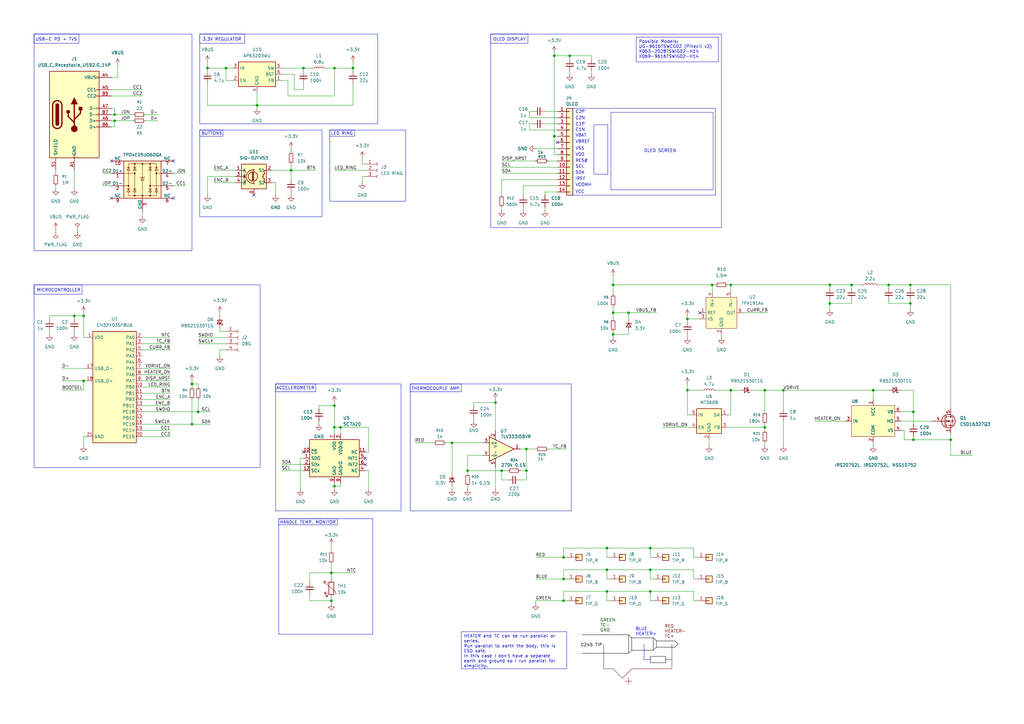
<source format=kicad_sch>
(kicad_sch
	(version 20250114)
	(generator "eeschema")
	(generator_version "9.0")
	(uuid "7095b018-eac3-4b01-b374-28e3216c4fd8")
	(paper "A3")
	
	(rectangle
		(start 113.03 157.48)
		(end 164.465 209.55)
		(stroke
			(width 0)
			(type default)
		)
		(fill
			(type none)
		)
		(uuid 25f66d05-38b5-4a17-99c1-8cad2c92cd3e)
	)
	(rectangle
		(start 13.97 13.97)
		(end 78.74 102.87)
		(stroke
			(width 0)
			(type default)
		)
		(fill
			(type none)
		)
		(uuid 34cfca7f-b72a-4261-a704-f33e6bc4b279)
	)
	(rectangle
		(start 113.03 157.48)
		(end 129.54 160.655)
		(stroke
			(width 0)
			(type default)
		)
		(fill
			(type none)
		)
		(uuid 37b1d202-d0af-4356-9cea-c5377ffdf5c6)
	)
	(rectangle
		(start 168.275 157.48)
		(end 189.23 160.655)
		(stroke
			(width 0)
			(type default)
		)
		(fill
			(type none)
		)
		(uuid 411456a7-808a-4a99-b2e7-4b00b0660778)
	)
	(rectangle
		(start 81.915 53.34)
		(end 91.44 55.88)
		(stroke
			(width 0)
			(type default)
		)
		(fill
			(type none)
		)
		(uuid 51756553-69aa-4f9f-a31a-a60fa2c78053)
	)
	(rectangle
		(start 135.255 53.34)
		(end 166.37 82.55)
		(stroke
			(width 0)
			(type default)
		)
		(fill
			(type none)
		)
		(uuid 7ca7d888-0de2-4ee4-9e02-bce99f6c7310)
	)
	(rectangle
		(start 13.97 116.84)
		(end 33.655 120.65)
		(stroke
			(width 0)
			(type default)
		)
		(fill
			(type none)
		)
		(uuid 7d5ee34c-3c30-4116-b034-575f8f5cbca0)
	)
	(rectangle
		(start 81.915 53.34)
		(end 132.08 88.9)
		(stroke
			(width 0)
			(type default)
		)
		(fill
			(type none)
		)
		(uuid 9c119ec4-7162-4594-9de4-9af2e8ac3469)
	)
	(rectangle
		(start 81.915 13.97)
		(end 100.33 17.78)
		(stroke
			(width 0)
			(type default)
		)
		(fill
			(type none)
		)
		(uuid 9d5c2b83-1ad1-4eb5-9c00-115d7cfbb819)
	)
	(rectangle
		(start 168.275 157.48)
		(end 234.315 209.55)
		(stroke
			(width 0)
			(type default)
		)
		(fill
			(type none)
		)
		(uuid a57dfd79-f7b7-44cf-be58-21e0757161fa)
	)
	(rectangle
		(start 13.97 116.84)
		(end 106.68 191.77)
		(stroke
			(width 0)
			(type default)
		)
		(fill
			(type none)
		)
		(uuid a66c837f-d550-4ad5-b67a-1a34b6eaed03)
	)
	(rectangle
		(start 250.571 46.101)
		(end 292.481 77.851)
		(stroke
			(width 0)
			(type default)
		)
		(fill
			(type none)
		)
		(uuid b323df54-646c-4c42-ac5d-c702f5da28df)
	)
	(rectangle
		(start 13.97 13.97)
		(end 32.385 17.78)
		(stroke
			(width 0)
			(type default)
		)
		(fill
			(type none)
		)
		(uuid b41c86f7-a703-4da7-9c7c-3d6f2dbdab0b)
	)
	(rectangle
		(start 114.3 212.725)
		(end 138.43 215.265)
		(stroke
			(width 0)
			(type default)
		)
		(fill
			(type none)
		)
		(uuid b798fff3-5d10-4e4c-948c-461a0845de52)
	)
	(rectangle
		(start 135.255 53.34)
		(end 145.415 55.88)
		(stroke
			(width 0)
			(type default)
		)
		(fill
			(type none)
		)
		(uuid bb60d903-b4fc-4579-917b-d8b1327cda5c)
	)
	(rectangle
		(start 234.95 44.45)
		(end 293.37 80.01)
		(stroke
			(width 0)
			(type default)
		)
		(fill
			(type none)
		)
		(uuid c7ed09f4-c5b0-447c-8527-2fd1a9942fc7)
	)
	(rectangle
		(start 201.295 13.97)
		(end 295.91 93.345)
		(stroke
			(width 0)
			(type default)
		)
		(fill
			(type none)
		)
		(uuid c86b0301-7b25-4d55-b6bd-bf1af0f3ea13)
	)
	(rectangle
		(start 243.586 51.181)
		(end 249.301 71.501)
		(stroke
			(width 0)
			(type default)
		)
		(fill
			(type none)
		)
		(uuid cc173c2c-4802-4b85-8dc1-c0ed1e2586ae)
	)
	(rectangle
		(start 81.915 13.97)
		(end 154.94 50.8)
		(stroke
			(width 0)
			(type default)
		)
		(fill
			(type none)
		)
		(uuid d5e44070-3c31-4662-9265-15546dcb33a9)
	)
	(rectangle
		(start 114.3 212.725)
		(end 152.908 260.096)
		(stroke
			(width 0)
			(type default)
		)
		(fill
			(type none)
		)
		(uuid dc78faa3-7706-462b-aff1-ea2259b8957d)
	)
	(rectangle
		(start 201.295 13.97)
		(end 216.535 17.78)
		(stroke
			(width 0)
			(type default)
		)
		(fill
			(type none)
		)
		(uuid df873f2f-b2dc-4231-b391-da9722f3ee43)
	)
	(text "RED\nHEATER-\nTC+"
		(exclude_from_sim no)
		(at 272.542 259.08 0)
		(effects
			(font
				(size 1.27 1.27)
				(color 132 0 0 1)
			)
			(justify left)
		)
		(uuid "074f802c-7871-4a94-9d0f-a3c07209b08e")
	)
	(text "3.3V REGULATOR"
		(exclude_from_sim no)
		(at 83.058 16.256 0)
		(effects
			(font
				(size 1.27 1.27)
			)
			(justify left)
		)
		(uuid "270c64e9-acc9-4bdf-adf9-51e85a7cfae3")
	)
	(text "C2N"
		(exclude_from_sim no)
		(at 235.966 48.514 0)
		(effects
			(font
				(size 1.27 1.27)
			)
			(justify left)
		)
		(uuid "303735e4-f194-4e97-9ddd-7741146e5965")
	)
	(text "USB-C PD + TVS"
		(exclude_from_sim no)
		(at 14.478 16.256 0)
		(effects
			(font
				(size 1.27 1.27)
			)
			(justify left)
		)
		(uuid "3b53ae36-2320-46df-8526-8d2b0e4cd267")
	)
	(text "BUTTONS"
		(exclude_from_sim no)
		(at 82.55 54.864 0)
		(effects
			(font
				(size 1.27 1.27)
			)
			(justify left)
		)
		(uuid "4ff0d853-92f6-4f02-aa33-1f252be5ef75")
	)
	(text "SCL"
		(exclude_from_sim no)
		(at 235.966 68.326 0)
		(effects
			(font
				(size 1.27 1.27)
			)
			(justify left)
		)
		(uuid "63c62cf3-4266-478a-9f68-199034fe5d8b")
	)
	(text "RES#"
		(exclude_from_sim no)
		(at 235.966 66.04 0)
		(effects
			(font
				(size 1.27 1.27)
			)
			(justify left)
		)
		(uuid "6ce3c0b9-bb73-4f4d-8996-df06398c02e3")
	)
	(text "C1P"
		(exclude_from_sim no)
		(at 235.966 51.054 0)
		(effects
			(font
				(size 1.27 1.27)
			)
			(justify left)
		)
		(uuid "6d196f00-fda4-408a-b16f-63e268646b7a")
	)
	(text "ACCELEROMETER"
		(exclude_from_sim no)
		(at 121.158 159.258 0)
		(effects
			(font
				(size 1.27 1.27)
			)
		)
		(uuid "6d3cce01-49eb-4036-848c-880563d726ff")
	)
	(text "IREF"
		(exclude_from_sim no)
		(at 235.966 73.406 0)
		(effects
			(font
				(size 1.27 1.27)
			)
			(justify left)
		)
		(uuid "78269562-db7d-4f9c-9409-11de08793bfa")
	)
	(text "BLUE\nHEATER+"
		(exclude_from_sim no)
		(at 260.604 259.08 0)
		(effects
			(font
				(size 1.27 1.27)
				(color 0 0 255 1)
			)
			(justify left)
		)
		(uuid "7cd917a9-991f-405e-b4ad-1658a33b6480")
	)
	(text "C1N"
		(exclude_from_sim no)
		(at 235.966 53.34 0)
		(effects
			(font
				(size 1.27 1.27)
			)
			(justify left)
		)
		(uuid "86eaf89d-7735-48bc-8adf-2c6d7e1c9267")
	)
	(text "C2P"
		(exclude_from_sim no)
		(at 235.966 45.974 0)
		(effects
			(font
				(size 1.27 1.27)
			)
			(justify left)
		)
		(uuid "88767c22-62f5-491f-8191-e622ce50d549")
	)
	(text "VDD"
		(exclude_from_sim no)
		(at 235.966 63.5 0)
		(effects
			(font
				(size 1.27 1.27)
			)
			(justify left)
		)
		(uuid "98ea20d6-f789-4c9a-9d2d-ddf9c4e55ce3")
	)
	(text "HANDLE TEMP. MONITOR"
		(exclude_from_sim no)
		(at 126.238 214.376 0)
		(effects
			(font
				(size 1.27 1.27)
			)
		)
		(uuid "9cf9be48-0da6-4698-b802-905b4321ec7e")
	)
	(text "OLED SCREEN"
		(exclude_from_sim no)
		(at 270.764 61.976 0)
		(effects
			(font
				(size 1.27 1.27)
			)
		)
		(uuid "a7d4d929-dbaa-411d-a847-37e4617db2b8")
	)
	(text "VCC"
		(exclude_from_sim no)
		(at 235.966 78.74 0)
		(effects
			(font
				(size 1.27 1.27)
			)
			(justify left)
		)
		(uuid "c0b5be38-ee7a-4c62-b666-9455a24b9bdf")
	)
	(text "SDA"
		(exclude_from_sim no)
		(at 235.966 70.866 0)
		(effects
			(font
				(size 1.27 1.27)
			)
			(justify left)
		)
		(uuid "d1f23843-c159-4734-816f-e3ebdc7225d4")
	)
	(text "VBREF"
		(exclude_from_sim no)
		(at 235.966 58.166 0)
		(effects
			(font
				(size 1.27 1.27)
			)
			(justify left)
		)
		(uuid "dc92fbc2-eb7d-47ac-891e-6de1528c9506")
	)
	(text "OLED DISPLAY"
		(exclude_from_sim no)
		(at 202.184 16.256 0)
		(effects
			(font
				(size 1.27 1.27)
			)
			(justify left)
		)
		(uuid "e1182865-9cf6-484e-b369-4d8124243a24")
	)
	(text "VBAT"
		(exclude_from_sim no)
		(at 235.966 55.626 0)
		(effects
			(font
				(size 1.27 1.27)
			)
			(justify left)
		)
		(uuid "e5136794-6a5a-4728-b4d0-e47266a8ec2c")
	)
	(text "VSS"
		(exclude_from_sim no)
		(at 235.966 60.96 0)
		(effects
			(font
				(size 1.27 1.27)
			)
			(justify left)
		)
		(uuid "e5277a5c-1568-43ec-ab65-5c403a9ddad3")
	)
	(text "VCOMH"
		(exclude_from_sim no)
		(at 235.966 75.946 0)
		(effects
			(font
				(size 1.27 1.27)
			)
			(justify left)
		)
		(uuid "e677c7ab-e79d-4a1c-8a88-4a56ca5d6b79")
	)
	(text "THERMOCOUPLE AMP"
		(exclude_from_sim no)
		(at 178.562 159.512 0)
		(effects
			(font
				(size 1.27 1.27)
			)
		)
		(uuid "e865e2d4-df9a-47d7-8bc3-1d543675c813")
	)
	(text "LED RING"
		(exclude_from_sim no)
		(at 140.208 54.864 0)
		(effects
			(font
				(size 1.27 1.27)
			)
		)
		(uuid "eebaafe7-13f6-4495-a884-67f3bb5c6ce1")
	)
	(text "MICROCONTROLLER"
		(exclude_from_sim no)
		(at 14.986 119.126 0)
		(effects
			(font
				(size 1.27 1.27)
			)
			(justify left)
		)
		(uuid "f4202bbd-17db-406a-9b6f-417fe43fdaab")
	)
	(text "C245 TIP"
		(exclude_from_sim no)
		(at 242.57 264.668 0)
		(effects
			(font
				(size 1.27 1.27)
				(color 0 0 0 1)
			)
		)
		(uuid "f5ebd9e6-7e85-4295-b1df-1fb1b0a60676")
	)
	(text "GREEN\nTC-\nGND"
		(exclude_from_sim no)
		(at 246.126 256.54 0)
		(effects
			(font
				(size 1.27 1.27)
				(color 0 72 0 1)
			)
			(justify left)
		)
		(uuid "fe22e110-b1c7-4e37-9dd2-ed4186183ab8")
	)
	(text_box "Possible Models:\nUG-9616TSWCG02 (Pinecil v2)\nX063-2028TSWIG02-H14\nX069-9616TSWIG02-H14"
		(exclude_from_sim no)
		(at 260.985 15.24 0)
		(size 33.655 10.16)
		(margins 0.9525 0.9525 0.9525 0.9525)
		(stroke
			(width 0)
			(type solid)
		)
		(fill
			(type none)
		)
		(effects
			(font
				(size 1.27 1.27)
			)
			(justify left top)
		)
		(uuid "aff1d92e-7948-41af-95d4-eec0b0d11729")
	)
	(text_box "HEATER and TC can be run parallel or series.\nRun parallel to earth the body, this is ESD safe.\nIn this case I don't have a separate earth and ground so I run parallel for simplicity."
		(exclude_from_sim no)
		(at 189.23 259.08 0)
		(size 43.18 15.24)
		(margins 0.9525 0.9525 0.9525 0.9525)
		(stroke
			(width 0)
			(type solid)
		)
		(fill
			(type none)
		)
		(effects
			(font
				(size 1.27 1.27)
			)
			(justify left top)
		)
		(uuid "f24e07f6-dab3-4874-a162-57756a4a0cb0")
	)
	(junction
		(at 340.36 116.84)
		(diameter 0)
		(color 0 0 0 0)
		(uuid "0249d269-810c-4792-bcad-62c507e2feae")
	)
	(junction
		(at 81.28 168.91)
		(diameter 0)
		(color 0 0 0 0)
		(uuid "0376124e-fe7a-4814-987e-238a633a55c8")
	)
	(junction
		(at 299.72 160.02)
		(diameter 0)
		(color 0 0 0 0)
		(uuid "07d79252-3cfe-49d3-a697-b5180f951c75")
	)
	(junction
		(at 124.46 27.94)
		(diameter 0)
		(color 0 0 0 0)
		(uuid "0acd8611-5527-40f7-90a3-5c60d1adc1d0")
	)
	(junction
		(at 299.72 116.84)
		(diameter 0)
		(color 0 0 0 0)
		(uuid "1a97976b-dfb2-4683-a36c-95b1ecc6d489")
	)
	(junction
		(at 266.7 233.68)
		(diameter 0)
		(color 0 0 0 0)
		(uuid "1e78fea4-f170-467b-a37a-22058bb36a6d")
	)
	(junction
		(at 374.65 180.34)
		(diameter 0)
		(color 0 0 0 0)
		(uuid "253e7a83-9b7c-4d4c-b8d1-7fbacce38609")
	)
	(junction
		(at 231.14 237.49)
		(diameter 0)
		(color 0 0 0 0)
		(uuid "284f32c2-769a-4bc4-b2f0-a7c3e5ae68d6")
	)
	(junction
		(at 281.94 130.81)
		(diameter 0)
		(color 0 0 0 0)
		(uuid "2b9858fc-d565-4568-9ced-4f85b3261fac")
	)
	(junction
		(at 266.7 224.79)
		(diameter 0)
		(color 0 0 0 0)
		(uuid "3303fd32-4b4a-445d-bddd-01abf0d9be1e")
	)
	(junction
		(at 389.89 180.34)
		(diameter 0)
		(color 0 0 0 0)
		(uuid "3b65a788-4b4c-437e-96e5-165c51a854a4")
	)
	(junction
		(at 203.2 165.1)
		(diameter 0)
		(color 0 0 0 0)
		(uuid "3f9bcc33-18ad-48ec-8047-f514eddb9bd3")
	)
	(junction
		(at 266.7 242.57)
		(diameter 0)
		(color 0 0 0 0)
		(uuid "3ff58bdd-622b-46e9-99a2-8eca2ca30783")
	)
	(junction
		(at 358.14 160.02)
		(diameter 0)
		(color 0 0 0 0)
		(uuid "4022ea02-a839-4e77-8442-99daabad0cb4")
	)
	(junction
		(at 340.36 124.46)
		(diameter 0)
		(color 0 0 0 0)
		(uuid "43942d84-b87b-4f4a-adb8-d0b0fad21d24")
	)
	(junction
		(at 374.65 168.91)
		(diameter 0)
		(color 0 0 0 0)
		(uuid "45cd84fd-2fd0-4481-9f27-779c4e05a620")
	)
	(junction
		(at 191.77 193.04)
		(diameter 0)
		(color 0 0 0 0)
		(uuid "4793f579-9960-4fea-a983-16516b9a6a74")
	)
	(junction
		(at 30.48 129.54)
		(diameter 0)
		(color 0 0 0 0)
		(uuid "4a00e859-a3fe-467b-8ce9-def1b4a6bc1d")
	)
	(junction
		(at 281.94 160.02)
		(diameter 0)
		(color 0 0 0 0)
		(uuid "4c2788f8-2f3d-4c09-bf35-9265ddb84f5d")
	)
	(junction
		(at 231.14 228.6)
		(diameter 0)
		(color 0 0 0 0)
		(uuid "4e000b4e-efac-4699-be88-c8c4a1e11b0e")
	)
	(junction
		(at 137.16 27.94)
		(diameter 0)
		(color 0 0 0 0)
		(uuid "4e457d4d-37fd-4b51-a420-85ebb8dc04c5")
	)
	(junction
		(at 251.46 137.16)
		(diameter 0)
		(color 0 0 0 0)
		(uuid "5356a73a-34f6-4489-9bec-01ccee3dfe09")
	)
	(junction
		(at 137.16 175.26)
		(diameter 0)
		(color 0 0 0 0)
		(uuid "589eff9d-eed1-4df5-98d6-26b7c768b426")
	)
	(junction
		(at 46.99 49.53)
		(diameter 0)
		(color 0 0 0 0)
		(uuid "5e8d1cf7-167e-4030-9f28-7c115ea5395b")
	)
	(junction
		(at 248.92 233.68)
		(diameter 0)
		(color 0 0 0 0)
		(uuid "5ea4f1af-29c5-41cd-b15b-81097d2b6427")
	)
	(junction
		(at 227.33 55.88)
		(diameter 0)
		(color 0 0 0 0)
		(uuid "5fbb3de9-86ee-49ad-a284-eb55f1cc692a")
	)
	(junction
		(at 292.1 116.84)
		(diameter 0)
		(color 0 0 0 0)
		(uuid "5feb41b2-1973-47b7-a124-0b6e2628d43d")
	)
	(junction
		(at 248.92 242.57)
		(diameter 0)
		(color 0 0 0 0)
		(uuid "64f8ff53-fd25-4945-b8a5-64153356f23e")
	)
	(junction
		(at 257.81 128.27)
		(diameter 0)
		(color 0 0 0 0)
		(uuid "72a3e6ce-0be8-4ce5-948e-b5935f1538fc")
	)
	(junction
		(at 233.68 22.86)
		(diameter 0)
		(color 0 0 0 0)
		(uuid "73b54f8a-8892-4f5c-ad2f-0a2e6cc384c3")
	)
	(junction
		(at 34.29 129.54)
		(diameter 0)
		(color 0 0 0 0)
		(uuid "7463436f-e839-4ea2-a4bf-81f122061b20")
	)
	(junction
		(at 205.74 193.04)
		(diameter 0)
		(color 0 0 0 0)
		(uuid "77d052f3-f174-4ac4-b7f3-74fd8cd4f0e2")
	)
	(junction
		(at 78.74 157.48)
		(diameter 0)
		(color 0 0 0 0)
		(uuid "81607e46-ed60-4e7b-900a-af756b50d9d4")
	)
	(junction
		(at 313.69 160.02)
		(diameter 0)
		(color 0 0 0 0)
		(uuid "81928cab-d290-47f7-99c7-9c8f417d4c4e")
	)
	(junction
		(at 137.16 166.37)
		(diameter 0)
		(color 0 0 0 0)
		(uuid "84b1d133-5555-4f34-9259-4c4a00397909")
	)
	(junction
		(at 215.9 193.04)
		(diameter 0)
		(color 0 0 0 0)
		(uuid "879d8513-8c12-4c71-805b-cfd0566ce6a8")
	)
	(junction
		(at 34.29 156.21)
		(diameter 0)
		(color 0 0 0 0)
		(uuid "89bcf90e-9038-4def-8280-30d23811eeb8")
	)
	(junction
		(at 349.25 116.84)
		(diameter 0)
		(color 0 0 0 0)
		(uuid "924a9453-b138-4112-9cf9-cdd7d6fd271f")
	)
	(junction
		(at 227.33 22.86)
		(diameter 0)
		(color 0 0 0 0)
		(uuid "9531702c-c6a6-4297-8a10-64a5c6fc90b3")
	)
	(junction
		(at 135.89 246.38)
		(diameter 0)
		(color 0 0 0 0)
		(uuid "9ba723fb-78b5-4d72-ae3c-94d59ceb7ba3")
	)
	(junction
		(at 373.38 124.46)
		(diameter 0)
		(color 0 0 0 0)
		(uuid "9ce0d5f7-a196-42ba-865b-78bc41279af1")
	)
	(junction
		(at 251.46 116.84)
		(diameter 0)
		(color 0 0 0 0)
		(uuid "a3b1ebda-28bf-4cca-a91f-ab0720e0e5f5")
	)
	(junction
		(at 215.9 184.15)
		(diameter 0)
		(color 0 0 0 0)
		(uuid "aff6f7cf-f995-4965-9b70-2f6e1afd3257")
	)
	(junction
		(at 251.46 128.27)
		(diameter 0)
		(color 0 0 0 0)
		(uuid "b257f578-3f04-4267-ba31-62cb9e7e56e2")
	)
	(junction
		(at 185.42 181.61)
		(diameter 0)
		(color 0 0 0 0)
		(uuid "be519101-b7e2-4e85-bc0c-866a0a6fdb77")
	)
	(junction
		(at 135.89 234.95)
		(diameter 0)
		(color 0 0 0 0)
		(uuid "c4f19431-f823-4a18-902b-e25529b1c304")
	)
	(junction
		(at 144.78 27.94)
		(diameter 0)
		(color 0 0 0 0)
		(uuid "caa23b1a-fb60-423d-84ed-a4ec6bda7dc1")
	)
	(junction
		(at 78.74 173.99)
		(diameter 0)
		(color 0 0 0 0)
		(uuid "cb369bbe-c983-4f03-86f5-9ab8b3b58edd")
	)
	(junction
		(at 119.38 69.85)
		(diameter 0)
		(color 0 0 0 0)
		(uuid "cbfb9910-a9c3-4d1d-beaf-ad4934f7e32e")
	)
	(junction
		(at 313.69 175.26)
		(diameter 0)
		(color 0 0 0 0)
		(uuid "cc109a5d-bdf8-421c-800f-f4fb1ea8fcea")
	)
	(junction
		(at 105.41 43.18)
		(diameter 0)
		(color 0 0 0 0)
		(uuid "d049456d-20ee-4308-a384-c295c5fb64a1")
	)
	(junction
		(at 137.16 199.39)
		(diameter 0)
		(color 0 0 0 0)
		(uuid "d3c0ec6c-e13a-496a-ad1c-ba60afc46b96")
	)
	(junction
		(at 46.99 46.99)
		(diameter 0)
		(color 0 0 0 0)
		(uuid "d3cb3929-1383-43bf-9aa0-8d6179547879")
	)
	(junction
		(at 364.49 116.84)
		(diameter 0)
		(color 0 0 0 0)
		(uuid "d6376345-e63e-469e-b947-b621d80200ca")
	)
	(junction
		(at 373.38 116.84)
		(diameter 0)
		(color 0 0 0 0)
		(uuid "d9505c24-ab59-4a1d-8ead-8359d37f8315")
	)
	(junction
		(at 321.31 160.02)
		(diameter 0)
		(color 0 0 0 0)
		(uuid "e5115188-7348-4d7f-9464-18609567d3fc")
	)
	(junction
		(at 92.71 27.94)
		(diameter 0)
		(color 0 0 0 0)
		(uuid "e80bc681-7695-43f3-a2bd-d411c7e86409")
	)
	(junction
		(at 231.14 246.38)
		(diameter 0)
		(color 0 0 0 0)
		(uuid "ea75d511-588c-4431-8d03-5392322d567d")
	)
	(junction
		(at 139.7 175.26)
		(diameter 0)
		(color 0 0 0 0)
		(uuid "ea9ea449-1699-40d7-8a1c-89a1d2111f96")
	)
	(junction
		(at 248.92 224.79)
		(diameter 0)
		(color 0 0 0 0)
		(uuid "ebd518cf-54ce-4d1f-b736-386303c84246")
	)
	(junction
		(at 85.09 27.94)
		(diameter 0)
		(color 0 0 0 0)
		(uuid "f1df4cab-d95d-4e21-b204-cc5686c3ccd2")
	)
	(no_connect
		(at 287.02 128.27)
		(uuid "06611bec-51b6-46da-9687-f0c27668a583")
	)
	(no_connect
		(at 149.86 187.96)
		(uuid "12b81ef0-4fba-4b2f-98fa-a2180c0447e2")
	)
	(no_connect
		(at 149.86 190.5)
		(uuid "2b4977a8-0f21-4fec-84e4-4c603e997be4")
	)
	(no_connect
		(at 71.12 81.28)
		(uuid "46b4ccbc-24ab-4899-8505-9a1bc9336197")
	)
	(no_connect
		(at 45.72 66.04)
		(uuid "613b3790-5218-413f-a343-e26aa4ea4b95")
	)
	(no_connect
		(at 228.6 58.42)
		(uuid "8d801d13-32fe-4e34-8cc5-b8a86a497023")
	)
	(no_connect
		(at 124.46 185.42)
		(uuid "bb17c601-45a1-4eb6-aaaf-eada3efdd523")
	)
	(no_connect
		(at 45.72 81.28)
		(uuid "c9b41e3a-80a4-4410-be4c-91975e86700a")
	)
	(no_connect
		(at 104.14 80.01)
		(uuid "d8cbb7b8-f348-43ed-b12a-7c884625729d")
	)
	(no_connect
		(at 71.12 66.04)
		(uuid "e9fc4535-1911-4390-b5e2-c282d53c9319")
	)
	(polyline
		(pts
			(xy 269.24 265.43) (xy 267.97 266.7)
		)
		(stroke
			(width 0)
			(type default)
			(color 0 0 0 1)
		)
		(uuid "026bb0ed-6072-40a3-95a7-f0b0e5bb9f80")
	)
	(wire
		(pts
			(xy 144.78 25.4) (xy 144.78 27.94)
		)
		(stroke
			(width 0)
			(type default)
		)
		(uuid "0280334b-627a-4233-a676-012a207d9298")
	)
	(wire
		(pts
			(xy 123.19 187.96) (xy 124.46 187.96)
		)
		(stroke
			(width 0)
			(type default)
		)
		(uuid "03f9526b-c252-4cea-a8ec-81306ff6df76")
	)
	(wire
		(pts
			(xy 41.91 76.2) (xy 45.72 76.2)
		)
		(stroke
			(width 0)
			(type default)
		)
		(uuid "057a48eb-9b1d-42a5-bf44-6985b9321748")
	)
	(wire
		(pts
			(xy 227.33 55.88) (xy 228.6 55.88)
		)
		(stroke
			(width 0)
			(type default)
		)
		(uuid "06a39b25-e5c0-48bf-8f66-6ff9e46efda7")
	)
	(polyline
		(pts
			(xy 275.59 270.51) (xy 273.05 270.51)
		)
		(stroke
			(width 0)
			(type solid)
			(color 132 0 0 1)
		)
		(uuid "07b98816-3d51-4f72-b198-7c04ddd02a60")
	)
	(wire
		(pts
			(xy 299.72 160.02) (xy 299.72 170.18)
		)
		(stroke
			(width 0)
			(type default)
		)
		(uuid "08ca60c2-d79a-4019-861d-7c88280594b9")
	)
	(wire
		(pts
			(xy 115.57 193.04) (xy 124.46 193.04)
		)
		(stroke
			(width 0)
			(type default)
		)
		(uuid "093a4bfc-aabd-4586-948a-1580d9afeffa")
	)
	(wire
		(pts
			(xy 45.72 36.83) (xy 58.42 36.83)
		)
		(stroke
			(width 0)
			(type default)
		)
		(uuid "098337dc-d67f-4f92-9e59-aa0530495823")
	)
	(wire
		(pts
			(xy 369.57 168.91) (xy 374.65 168.91)
		)
		(stroke
			(width 0)
			(type default)
		)
		(uuid "0991fc57-c77d-4d8b-a7f5-93559a71531e")
	)
	(wire
		(pts
			(xy 284.48 228.6) (xy 285.75 228.6)
		)
		(stroke
			(width 0)
			(type default)
		)
		(uuid "0b3b1be4-2c7f-47f2-886c-9ff27992e090")
	)
	(wire
		(pts
			(xy 283.21 170.18) (xy 281.94 170.18)
		)
		(stroke
			(width 0)
			(type default)
		)
		(uuid "0bdd0dd3-1438-4145-a164-7482936ecc91")
	)
	(polyline
		(pts
			(xy 236.22 260.35) (xy 238.76 260.35)
		)
		(stroke
			(width 0)
			(type dot)
			(color 0 0 0 1)
		)
		(uuid "0bebbeb1-bed0-4084-8b40-7ac03a835cd7")
	)
	(wire
		(pts
			(xy 358.14 181.61) (xy 358.14 182.88)
		)
		(stroke
			(width 0)
			(type default)
		)
		(uuid "0c9fa1d8-a413-4dad-b1e6-53724d6877dc")
	)
	(wire
		(pts
			(xy 374.65 179.07) (xy 374.65 180.34)
		)
		(stroke
			(width 0)
			(type default)
		)
		(uuid "0d1d8e67-44be-4e93-8637-8b77df712344")
	)
	(wire
		(pts
			(xy 85.09 34.29) (xy 85.09 43.18)
		)
		(stroke
			(width 0)
			(type default)
		)
		(uuid "0d1da041-1604-484f-8588-64418e6780df")
	)
	(wire
		(pts
			(xy 281.94 157.48) (xy 281.94 160.02)
		)
		(stroke
			(width 0)
			(type default)
		)
		(uuid "0d6f32d5-98ad-41ed-b781-51035ba32ce2")
	)
	(polyline
		(pts
			(xy 266.7 269.24) (xy 266.7 271.78)
		)
		(stroke
			(width 0)
			(type solid)
			(color 0 0 0 1)
		)
		(uuid "0e087217-7caf-4ae9-80d3-cf5e99ccbd9c")
	)
	(wire
		(pts
			(xy 78.74 157.48) (xy 81.28 157.48)
		)
		(stroke
			(width 0)
			(type default)
		)
		(uuid "0e2e8ef7-9967-4f2a-a391-35d57131fb71")
	)
	(wire
		(pts
			(xy 248.92 224.79) (xy 266.7 224.79)
		)
		(stroke
			(width 0)
			(type default)
		)
		(uuid "0ea3b0f9-9010-4b04-86d3-c4830ab1836d")
	)
	(wire
		(pts
			(xy 127 234.95) (xy 135.89 234.95)
		)
		(stroke
			(width 0)
			(type default)
		)
		(uuid "0f8627da-dc1e-4504-acfc-120e3647c5b5")
	)
	(wire
		(pts
			(xy 58.42 158.75) (xy 69.85 158.75)
		)
		(stroke
			(width 0)
			(type default)
		)
		(uuid "0f968ad1-38fa-43f3-a9ca-eaab57060db2")
	)
	(wire
		(pts
			(xy 214.63 85.09) (xy 214.63 86.36)
		)
		(stroke
			(width 0)
			(type default)
		)
		(uuid "0fdf5b0f-14a7-4ff5-aee8-91dcf3e80430")
	)
	(polyline
		(pts
			(xy 276.86 262.89) (xy 278.13 264.16)
		)
		(stroke
			(width 0)
			(type default)
			(color 0 0 0 1)
		)
		(uuid "0ffc5971-b130-492f-a7ea-ccd3781d517b")
	)
	(wire
		(pts
			(xy 251.46 125.73) (xy 251.46 128.27)
		)
		(stroke
			(width 0)
			(type default)
		)
		(uuid "10b7f4bb-8e85-4f50-bd94-98083d6c2f27")
	)
	(wire
		(pts
			(xy 321.31 167.64) (xy 321.31 160.02)
		)
		(stroke
			(width 0)
			(type default)
		)
		(uuid "1213dcc9-1528-4b78-b712-6cdbea454856")
	)
	(wire
		(pts
			(xy 191.77 193.04) (xy 191.77 186.69)
		)
		(stroke
			(width 0)
			(type default)
		)
		(uuid "12f02fb2-28a7-4766-ae13-424545151178")
	)
	(wire
		(pts
			(xy 137.16 175.26) (xy 137.16 177.8)
		)
		(stroke
			(width 0)
			(type default)
		)
		(uuid "135c080a-b87a-42f2-bd23-e8f54c5ee6c7")
	)
	(wire
		(pts
			(xy 148.59 74.93) (xy 148.59 72.39)
		)
		(stroke
			(width 0)
			(type default)
		)
		(uuid "13a8fbae-4055-4538-a775-7561035458e6")
	)
	(wire
		(pts
			(xy 191.77 193.04) (xy 205.74 193.04)
		)
		(stroke
			(width 0)
			(type default)
		)
		(uuid "13e7537a-edd6-43d5-8bb0-f6eb3d491016")
	)
	(wire
		(pts
			(xy 257.81 137.16) (xy 251.46 137.16)
		)
		(stroke
			(width 0)
			(type default)
		)
		(uuid "13fdc45e-79a2-4146-a607-12db049e38ab")
	)
	(wire
		(pts
			(xy 215.9 193.04) (xy 215.9 184.15)
		)
		(stroke
			(width 0)
			(type default)
		)
		(uuid "1427c6b1-5293-499b-9663-f54121cc8ca4")
	)
	(wire
		(pts
			(xy 48.26 31.75) (xy 48.26 26.67)
		)
		(stroke
			(width 0)
			(type default)
		)
		(uuid "14b83c6b-fa77-4ec1-b020-d89f490dd1db")
	)
	(wire
		(pts
			(xy 373.38 116.84) (xy 373.38 118.11)
		)
		(stroke
			(width 0)
			(type default)
		)
		(uuid "154f7824-5e3a-4df6-a265-e8ad4cf18628")
	)
	(wire
		(pts
			(xy 87.63 69.85) (xy 96.52 69.85)
		)
		(stroke
			(width 0)
			(type default)
		)
		(uuid "15d75b7e-53c1-4b3b-bead-3e9845084cb1")
	)
	(wire
		(pts
			(xy 203.2 163.83) (xy 203.2 165.1)
		)
		(stroke
			(width 0)
			(type default)
		)
		(uuid "16a235b6-6479-41c3-934b-5990cd87fafe")
	)
	(wire
		(pts
			(xy 227.33 55.88) (xy 227.33 63.5)
		)
		(stroke
			(width 0)
			(type default)
		)
		(uuid "16a6ad92-1a6b-4d2b-93f1-5652f5947dbb")
	)
	(wire
		(pts
			(xy 231.14 228.6) (xy 232.41 228.6)
		)
		(stroke
			(width 0)
			(type default)
		)
		(uuid "17df628e-6e1c-4007-bf79-a6f4989ca29e")
	)
	(wire
		(pts
			(xy 45.72 52.07) (xy 46.99 52.07)
		)
		(stroke
			(width 0)
			(type default)
		)
		(uuid "18438b3a-827e-4972-b4d2-e39627126fd2")
	)
	(polyline
		(pts
			(xy 255.27 260.35) (xy 257.81 260.35)
		)
		(stroke
			(width 0)
			(type default)
			(color 0 0 0 1)
		)
		(uuid "185695dd-6d7c-4a99-817d-9d7e560e285b")
	)
	(wire
		(pts
			(xy 58.42 153.67) (xy 69.85 153.67)
		)
		(stroke
			(width 0)
			(type default)
		)
		(uuid "185cc638-609c-4acf-9a83-434d47f9bece")
	)
	(wire
		(pts
			(xy 248.92 228.6) (xy 250.19 228.6)
		)
		(stroke
			(width 0)
			(type default)
		)
		(uuid "186284b8-bd67-4889-90c2-387a38831a45")
	)
	(wire
		(pts
			(xy 321.31 160.02) (xy 313.69 160.02)
		)
		(stroke
			(width 0)
			(type default)
		)
		(uuid "18853170-98c0-4142-a886-9b88272679cd")
	)
	(wire
		(pts
			(xy 231.14 242.57) (xy 248.92 242.57)
		)
		(stroke
			(width 0)
			(type default)
		)
		(uuid "19a14244-1aa6-4e39-a21f-a4b520ce6566")
	)
	(wire
		(pts
			(xy 281.94 170.18) (xy 281.94 160.02)
		)
		(stroke
			(width 0)
			(type default)
		)
		(uuid "19c2bb4e-b6a2-428b-b46d-e50a0b5d9ad9")
	)
	(wire
		(pts
			(xy 90.17 135.89) (xy 92.71 135.89)
		)
		(stroke
			(width 0)
			(type default)
		)
		(uuid "1b5db70b-c75a-47b9-9005-1a033afb345d")
	)
	(wire
		(pts
			(xy 374.65 180.34) (xy 389.89 180.34)
		)
		(stroke
			(width 0)
			(type default)
		)
		(uuid "1b77d230-b149-4ebc-9500-892f807d9feb")
	)
	(wire
		(pts
			(xy 127 246.38) (xy 127 243.84)
		)
		(stroke
			(width 0)
			(type default)
		)
		(uuid "1b9cd177-a46a-4a5a-81a3-e55bb87811dd")
	)
	(polyline
		(pts
			(xy 264.16 264.16) (xy 264.16 270.51)
		)
		(stroke
			(width 0)
			(type solid)
			(color 0 0 255 1)
		)
		(uuid "1ba11ea6-79fc-470e-8095-8fd6d151a60b")
	)
	(wire
		(pts
			(xy 58.42 166.37) (xy 69.85 166.37)
		)
		(stroke
			(width 0)
			(type default)
		)
		(uuid "1c31a3a0-71be-4869-aecb-fe7720f70370")
	)
	(wire
		(pts
			(xy 266.7 246.38) (xy 267.97 246.38)
		)
		(stroke
			(width 0)
			(type default)
		)
		(uuid "1cf9f715-8924-4551-8321-2cb14bcb7a4b")
	)
	(polyline
		(pts
			(xy 247.65 264.16) (xy 247.65 274.32)
		)
		(stroke
			(width 0)
			(type solid)
			(color 0 72 0 1)
		)
		(uuid "1d759bc9-3b87-4396-975b-76eb784a4ee5")
	)
	(wire
		(pts
			(xy 95.25 27.94) (xy 92.71 27.94)
		)
		(stroke
			(width 0)
			(type default)
		)
		(uuid "202f5003-0a48-4fcb-962b-eb5d0b2eea8c")
	)
	(wire
		(pts
			(xy 231.14 237.49) (xy 231.14 233.68)
		)
		(stroke
			(width 0)
			(type default)
		)
		(uuid "208cd2f2-adb5-4a75-b940-1381a809b269")
	)
	(wire
		(pts
			(xy 105.41 43.18) (xy 144.78 43.18)
		)
		(stroke
			(width 0)
			(type default)
		)
		(uuid "228d2b28-0e5e-4a0f-9a64-60ca034456d5")
	)
	(wire
		(pts
			(xy 22.86 69.85) (xy 22.86 71.12)
		)
		(stroke
			(width 0)
			(type default)
		)
		(uuid "22ceb097-bc74-4764-aecd-0b980944d711")
	)
	(wire
		(pts
			(xy 231.14 224.79) (xy 231.14 228.6)
		)
		(stroke
			(width 0)
			(type default)
		)
		(uuid "24d72d9c-7088-49fe-b9b0-0f36f49c22e7")
	)
	(wire
		(pts
			(xy 284.48 246.38) (xy 285.75 246.38)
		)
		(stroke
			(width 0)
			(type default)
		)
		(uuid "2616a777-c896-4d19-9dd1-44f1b40faa16")
	)
	(wire
		(pts
			(xy 340.36 123.19) (xy 340.36 124.46)
		)
		(stroke
			(width 0)
			(type default)
		)
		(uuid "262148e9-abf9-4df4-8abe-6bc1166237b2")
	)
	(wire
		(pts
			(xy 266.7 237.49) (xy 267.97 237.49)
		)
		(stroke
			(width 0)
			(type default)
		)
		(uuid "28258bd8-18c4-469b-be71-ef9ab42f0cf4")
	)
	(wire
		(pts
			(xy 208.28 196.85) (xy 205.74 196.85)
		)
		(stroke
			(width 0)
			(type default)
		)
		(uuid "28f9a714-ce47-4a87-9eba-39a2e1e51e21")
	)
	(wire
		(pts
			(xy 137.16 39.37) (xy 118.11 39.37)
		)
		(stroke
			(width 0)
			(type default)
		)
		(uuid "296133f5-2a32-47e9-994c-67f3c4c032fa")
	)
	(polyline
		(pts
			(xy 275.59 264.16) (xy 275.59 270.51)
		)
		(stroke
			(width 0)
			(type solid)
			(color 132 0 0 1)
		)
		(uuid "2986f712-090f-47d7-9d1c-d91842ebf259")
	)
	(wire
		(pts
			(xy 248.92 242.57) (xy 266.7 242.57)
		)
		(stroke
			(width 0)
			(type default)
		)
		(uuid "29f41644-402c-4df3-aa82-716fe9752efd")
	)
	(wire
		(pts
			(xy 46.99 44.45) (xy 46.99 46.99)
		)
		(stroke
			(width 0)
			(type default)
		)
		(uuid "2b6c7f04-a093-4524-90eb-496f9f787527")
	)
	(polyline
		(pts
			(xy 273.05 270.51) (xy 273.05 269.24)
		)
		(stroke
			(width 0)
			(type solid)
			(color 0 0 0 1)
		)
		(uuid "2c47bba1-b584-4271-bdfb-c24c01ea95ec")
	)
	(wire
		(pts
			(xy 205.74 73.66) (xy 205.74 80.01)
		)
		(stroke
			(width 0)
			(type default)
		)
		(uuid "2c6750b6-74c7-4d32-8f14-8af4353a5366")
	)
	(wire
		(pts
			(xy 231.14 224.79) (xy 248.92 224.79)
		)
		(stroke
			(width 0)
			(type default)
		)
		(uuid "2c6d220a-0a4b-4ff0-96fe-2ee1e16fcd9b")
	)
	(wire
		(pts
			(xy 105.41 43.18) (xy 105.41 44.45)
		)
		(stroke
			(width 0)
			(type default)
		)
		(uuid "2caf9a90-c3fc-4061-b393-2a0dec203c07")
	)
	(wire
		(pts
			(xy 45.72 31.75) (xy 48.26 31.75)
		)
		(stroke
			(width 0)
			(type default)
		)
		(uuid "2f68ac55-2ae3-4fdc-bcfb-21f448f1abfc")
	)
	(wire
		(pts
			(xy 135.89 234.95) (xy 146.05 234.95)
		)
		(stroke
			(width 0)
			(type default)
		)
		(uuid "2f7c8f4f-5718-4ee6-b598-55a2c858af33")
	)
	(wire
		(pts
			(xy 266.7 242.57) (xy 284.48 242.57)
		)
		(stroke
			(width 0)
			(type default)
		)
		(uuid "2fbb547f-23cf-4496-89ab-aa2301b850bd")
	)
	(wire
		(pts
			(xy 137.16 165.1) (xy 137.16 166.37)
		)
		(stroke
			(width 0)
			(type default)
		)
		(uuid "2ff8f590-a0dd-4986-b523-e06c9b3827a0")
	)
	(polyline
		(pts
			(xy 259.08 261.62) (xy 259.08 266.7)
		)
		(stroke
			(width 0)
			(type default)
			(color 0 0 0 1)
		)
		(uuid "2ffefb90-6206-45ca-b57b-84bd29cfce39")
	)
	(wire
		(pts
			(xy 321.31 160.02) (xy 358.14 160.02)
		)
		(stroke
			(width 0)
			(type default)
		)
		(uuid "30582172-f069-4a5c-98a5-78a219f57280")
	)
	(polyline
		(pts
			(xy 266.7 261.62) (xy 267.97 261.62)
		)
		(stroke
			(width 0)
			(type default)
			(color 0 0 0 1)
		)
		(uuid "30fd122b-5121-4a83-88df-f8bbacf354a5")
	)
	(wire
		(pts
			(xy 58.42 179.07) (xy 69.85 179.07)
		)
		(stroke
			(width 0)
			(type default)
		)
		(uuid "31a5a27a-16db-4a49-a5fb-95805556c18e")
	)
	(wire
		(pts
			(xy 124.46 36.83) (xy 120.65 36.83)
		)
		(stroke
			(width 0)
			(type default)
		)
		(uuid "326fcbeb-6568-414a-bae2-3482d5ca26c6")
	)
	(wire
		(pts
			(xy 130.81 167.64) (xy 130.81 166.37)
		)
		(stroke
			(width 0)
			(type default)
		)
		(uuid "34170387-03a3-4d7d-9f6a-9db512b2f47f")
	)
	(wire
		(pts
			(xy 92.71 27.94) (xy 85.09 27.94)
		)
		(stroke
			(width 0)
			(type default)
		)
		(uuid "35fc1e6c-2319-48d6-b1ef-3f4c892dc210")
	)
	(wire
		(pts
			(xy 185.42 181.61) (xy 198.12 181.61)
		)
		(stroke
			(width 0)
			(type default)
		)
		(uuid "36f53756-61b8-4225-b3bf-fa4d238d3b1c")
	)
	(wire
		(pts
			(xy 34.29 129.54) (xy 34.29 138.43)
		)
		(stroke
			(width 0)
			(type default)
		)
		(uuid "37760e84-34f3-4903-8420-24fbe82cc7d6")
	)
	(polyline
		(pts
			(xy 257.81 275.59) (xy 255.27 278.13)
		)
		(stroke
			(width 0)
			(type solid)
			(color 132 0 0 1)
		)
		(uuid "37ebe191-502b-4008-ade9-750ab2ba02d7")
	)
	(wire
		(pts
			(xy 85.09 27.94) (xy 85.09 29.21)
		)
		(stroke
			(width 0)
			(type default)
		)
		(uuid "3855a61f-666e-4706-aff6-2793b5d48fb3")
	)
	(wire
		(pts
			(xy 58.42 86.36) (xy 58.42 88.9)
		)
		(stroke
			(width 0)
			(type default)
		)
		(uuid "3884bd08-970a-4525-a7ae-3d118eacfc46")
	)
	(wire
		(pts
			(xy 373.38 124.46) (xy 373.38 127)
		)
		(stroke
			(width 0)
			(type default)
		)
		(uuid "3a2f0939-ff0c-439a-a3d0-aa91e8aa0534")
	)
	(wire
		(pts
			(xy 144.78 29.21) (xy 144.78 27.94)
		)
		(stroke
			(width 0)
			(type default)
		)
		(uuid "3be291d1-3abb-48c6-8d25-0c043a9fcb68")
	)
	(wire
		(pts
			(xy 228.6 53.34) (xy 217.17 53.34)
		)
		(stroke
			(width 0)
			(type default)
		)
		(uuid "3cc74a2e-0fe8-421a-b5ee-daa8e8b3a712")
	)
	(wire
		(pts
			(xy 266.7 233.68) (xy 266.7 237.49)
		)
		(stroke
			(width 0)
			(type default)
		)
		(uuid "3d8111d1-5754-4d6e-a849-470a6bd591a5")
	)
	(wire
		(pts
			(xy 81.28 158.75) (xy 81.28 157.48)
		)
		(stroke
			(width 0)
			(type default)
		)
		(uuid "3e0b80ea-981d-44ea-98ef-2a7e6f6c8ed9")
	)
	(wire
		(pts
			(xy 224.79 66.04) (xy 228.6 66.04)
		)
		(stroke
			(width 0)
			(type default)
		)
		(uuid "3e7e3e9e-2270-4d22-887c-ad05a3264519")
	)
	(wire
		(pts
			(xy 340.36 116.84) (xy 349.25 116.84)
		)
		(stroke
			(width 0)
			(type default)
		)
		(uuid "3ecf81df-9e81-47a2-bb7f-3e3b31d22ef4")
	)
	(wire
		(pts
			(xy 231.14 246.38) (xy 231.14 242.57)
		)
		(stroke
			(width 0)
			(type default)
		)
		(uuid "3fa2d78b-ebb4-4831-a7a1-a277abddf5b5")
	)
	(wire
		(pts
			(xy 59.69 49.53) (xy 64.77 49.53)
		)
		(stroke
			(width 0)
			(type default)
		)
		(uuid "3fb95421-59f4-497f-8b94-8962c1179ed1")
	)
	(wire
		(pts
			(xy 20.32 129.54) (xy 30.48 129.54)
		)
		(stroke
			(width 0)
			(type default)
		)
		(uuid "40920f53-5818-408c-bc37-08872dc5c2db")
	)
	(wire
		(pts
			(xy 151.13 193.04) (xy 151.13 200.66)
		)
		(stroke
			(width 0)
			(type default)
		)
		(uuid "40b028e4-52bf-4d41-b4ef-331b7c9a978e")
	)
	(wire
		(pts
			(xy 185.42 199.39) (xy 185.42 200.66)
		)
		(stroke
			(width 0)
			(type default)
		)
		(uuid "43271041-c5c8-412c-bfdd-5618a8d6f936")
	)
	(wire
		(pts
			(xy 149.86 193.04) (xy 151.13 193.04)
		)
		(stroke
			(width 0)
			(type default)
		)
		(uuid "435771e7-7406-4d64-854d-386effbd573f")
	)
	(wire
		(pts
			(xy 369.57 160.02) (xy 374.65 160.02)
		)
		(stroke
			(width 0)
			(type default)
		)
		(uuid "43bc359c-fbc5-42f0-9eb9-e197be54c3b7")
	)
	(wire
		(pts
			(xy 231.14 246.38) (xy 232.41 246.38)
		)
		(stroke
			(width 0)
			(type default)
		)
		(uuid "44421f2e-8ea1-481c-996b-c429ad7430a2")
	)
	(wire
		(pts
			(xy 45.72 39.37) (xy 58.42 39.37)
		)
		(stroke
			(width 0)
			(type default)
		)
		(uuid "44f9df40-5b32-48e7-b548-a32438cf0dfd")
	)
	(wire
		(pts
			(xy 85.09 43.18) (xy 105.41 43.18)
		)
		(stroke
			(width 0)
			(type default)
		)
		(uuid "4565d69f-09cb-47a5-b4c9-ecffd44c036a")
	)
	(wire
		(pts
			(xy 284.48 233.68) (xy 284.48 237.49)
		)
		(stroke
			(width 0)
			(type default)
		)
		(uuid "45840b3e-897d-4e56-aed0-7dd0d960365e")
	)
	(wire
		(pts
			(xy 248.92 233.68) (xy 248.92 237.49)
		)
		(stroke
			(width 0)
			(type default)
		)
		(uuid "4637cb7f-09e0-4c05-b449-63b35a69be90")
	)
	(wire
		(pts
			(xy 233.68 29.21) (xy 233.68 30.48)
		)
		(stroke
			(width 0)
			(type default)
		)
		(uuid "46dd8646-50ac-4ac6-9c60-c9a27d511d5f")
	)
	(wire
		(pts
			(xy 248.92 237.49) (xy 250.19 237.49)
		)
		(stroke
			(width 0)
			(type default)
		)
		(uuid "4715cb89-1598-4b7d-ac82-303c30310351")
	)
	(wire
		(pts
			(xy 46.99 46.99) (xy 54.61 46.99)
		)
		(stroke
			(width 0)
			(type default)
		)
		(uuid "477f52c3-2d50-4858-b854-31927f0e8c86")
	)
	(wire
		(pts
			(xy 251.46 128.27) (xy 257.81 128.27)
		)
		(stroke
			(width 0)
			(type default)
		)
		(uuid "48f7fe68-e9a1-40c5-b117-e6bb3bc75566")
	)
	(wire
		(pts
			(xy 271.78 175.26) (xy 283.21 175.26)
		)
		(stroke
			(width 0)
			(type default)
		)
		(uuid "49f27579-6d42-4b75-821c-07e9cd3dd8c3")
	)
	(wire
		(pts
			(xy 58.42 168.91) (xy 81.28 168.91)
		)
		(stroke
			(width 0)
			(type default)
		)
		(uuid "4b4a165d-6c8d-46da-937d-81a3f22e7c24")
	)
	(wire
		(pts
			(xy 223.52 78.74) (xy 223.52 80.01)
		)
		(stroke
			(width 0)
			(type default)
		)
		(uuid "4be25685-095f-4656-b86d-69637547dd3b")
	)
	(wire
		(pts
			(xy 340.36 116.84) (xy 340.36 118.11)
		)
		(stroke
			(width 0)
			(type default)
		)
		(uuid "4e99a8fd-f4d3-4c17-848b-2698530b5197")
	)
	(wire
		(pts
			(xy 118.11 33.02) (xy 115.57 33.02)
		)
		(stroke
			(width 0)
			(type default)
		)
		(uuid "4f4b934f-7d9e-412b-a153-41f1a475441a")
	)
	(wire
		(pts
			(xy 374.65 173.99) (xy 374.65 168.91)
		)
		(stroke
			(width 0)
			(type default)
		)
		(uuid "50105f6a-2056-4e3f-82d2-91660983096a")
	)
	(wire
		(pts
			(xy 144.78 34.29) (xy 144.78 43.18)
		)
		(stroke
			(width 0)
			(type default)
		)
		(uuid "507295aa-769d-4e4c-bb64-5cef23014ec1")
	)
	(wire
		(pts
			(xy 233.68 22.86) (xy 242.57 22.86)
		)
		(stroke
			(width 0)
			(type default)
		)
		(uuid "50f5870c-dfc9-4c5e-8373-f3177df46256")
	)
	(wire
		(pts
			(xy 284.48 224.79) (xy 266.7 224.79)
		)
		(stroke
			(width 0)
			(type default)
		)
		(uuid "51560bfb-b433-4e6c-8847-b259795cc5af")
	)
	(wire
		(pts
			(xy 182.88 181.61) (xy 185.42 181.61)
		)
		(stroke
			(width 0)
			(type default)
		)
		(uuid "526aab1b-2e86-46aa-a2ed-11f7074eac6c")
	)
	(wire
		(pts
			(xy 205.74 196.85) (xy 205.74 193.04)
		)
		(stroke
			(width 0)
			(type default)
		)
		(uuid "52b05445-eba3-468e-a8e4-7f5fee37bfa3")
	)
	(wire
		(pts
			(xy 205.74 66.04) (xy 219.71 66.04)
		)
		(stroke
			(width 0)
			(type default)
		)
		(uuid "540bbf13-80aa-48fb-9f7d-839a09a5e5d1")
	)
	(wire
		(pts
			(xy 228.6 73.66) (xy 205.74 73.66)
		)
		(stroke
			(width 0)
			(type default)
		)
		(uuid "5441edd1-fe7e-4fc1-8c5a-7afde3fde38f")
	)
	(wire
		(pts
			(xy 299.72 116.84) (xy 340.36 116.84)
		)
		(stroke
			(width 0)
			(type default)
		)
		(uuid "54ad223e-c71b-46e2-9caa-0c4be00d5aa6")
	)
	(wire
		(pts
			(xy 340.36 124.46) (xy 340.36 127)
		)
		(stroke
			(width 0)
			(type default)
		)
		(uuid "554e0618-b875-42f8-ad02-976aa2b894f8")
	)
	(wire
		(pts
			(xy 217.17 53.34) (xy 217.17 50.8)
		)
		(stroke
			(width 0)
			(type default)
		)
		(uuid "55888b6b-83fa-452a-ac63-f7c4165439be")
	)
	(wire
		(pts
			(xy 266.7 233.68) (xy 284.48 233.68)
		)
		(stroke
			(width 0)
			(type default)
		)
		(uuid "56b48643-ad21-473f-9e7e-d10d0de34604")
	)
	(wire
		(pts
			(xy 139.7 175.26) (xy 137.16 175.26)
		)
		(stroke
			(width 0)
			(type default)
		)
		(uuid "56c01bcc-786b-47f7-8417-e078665f707d")
	)
	(wire
		(pts
			(xy 45.72 49.53) (xy 46.99 49.53)
		)
		(stroke
			(width 0)
			(type default)
		)
		(uuid "58311d62-5209-4668-8c0a-0688eaefff65")
	)
	(wire
		(pts
			(xy 298.45 170.18) (xy 299.72 170.18)
		)
		(stroke
			(width 0)
			(type default)
		)
		(uuid "58f700b7-37c3-4310-b500-1cda82d09e21")
	)
	(wire
		(pts
			(xy 78.74 173.99) (xy 86.36 173.99)
		)
		(stroke
			(width 0)
			(type default)
		)
		(uuid "58fb1b17-d555-4729-889e-8c7151b03c6b")
	)
	(wire
		(pts
			(xy 90.17 134.62) (xy 90.17 135.89)
		)
		(stroke
			(width 0)
			(type default)
		)
		(uuid "5901917b-5e24-494f-95e5-da8316175cef")
	)
	(wire
		(pts
			(xy 257.81 135.89) (xy 257.81 137.16)
		)
		(stroke
			(width 0)
			(type default)
		)
		(uuid "594d1d02-b373-4da5-9942-630dd7316a03")
	)
	(wire
		(pts
			(xy 135.89 231.14) (xy 135.89 234.95)
		)
		(stroke
			(width 0)
			(type default)
		)
		(uuid "5a3922d9-3d11-4830-a9ff-b85b38ae2a3e")
	)
	(wire
		(pts
			(xy 248.92 233.68) (xy 266.7 233.68)
		)
		(stroke
			(width 0)
			(type default)
		)
		(uuid "5aaa678d-9149-4bce-9210-bfbdb6982987")
	)
	(wire
		(pts
			(xy 373.38 116.84) (xy 389.89 116.84)
		)
		(stroke
			(width 0)
			(type default)
		)
		(uuid "5adbcb3a-1b1a-4796-9afc-b941b60eca9c")
	)
	(wire
		(pts
			(xy 215.9 184.15) (xy 213.36 184.15)
		)
		(stroke
			(width 0)
			(type default)
		)
		(uuid "5bc55678-cc1b-41c6-993b-a76fa6e6464d")
	)
	(wire
		(pts
			(xy 78.74 163.83) (xy 78.74 173.99)
		)
		(stroke
			(width 0)
			(type default)
		)
		(uuid "5bd12bca-db6a-4a52-915d-91f8b9bdf35c")
	)
	(wire
		(pts
			(xy 58.42 151.13) (xy 69.85 151.13)
		)
		(stroke
			(width 0)
			(type default)
		)
		(uuid "5c1e8120-e4de-4d75-9341-62a75d8b27c3")
	)
	(polyline
		(pts
			(xy 256.54 279.4) (xy 259.08 279.4)
		)
		(stroke
			(width 0)
			(type solid)
			(color 132 0 0 1)
		)
		(uuid "5d7ceb27-03b2-45e1-b362-398a759c5376")
	)
	(wire
		(pts
			(xy 119.38 69.85) (xy 129.54 69.85)
		)
		(stroke
			(width 0)
			(type default)
		)
		(uuid "5e03bf3a-c59e-4898-85ee-e53976447119")
	)
	(wire
		(pts
			(xy 31.75 93.98) (xy 31.75 95.25)
		)
		(stroke
			(width 0)
			(type default)
		)
		(uuid "5fc7002c-30aa-4fce-b12e-77acff85c4d9")
	)
	(wire
		(pts
			(xy 30.48 69.85) (xy 30.48 77.47)
		)
		(stroke
			(width 0)
			(type default)
		)
		(uuid "60ebfe2a-283b-49d8-a3ea-22439dc77e00")
	)
	(wire
		(pts
			(xy 85.09 72.39) (xy 85.09 80.01)
		)
		(stroke
			(width 0)
			(type default)
		)
		(uuid "60f900e6-87c2-479a-904e-f71e35757fbe")
	)
	(wire
		(pts
			(xy 118.11 39.37) (xy 118.11 33.02)
		)
		(stroke
			(width 0)
			(type default)
		)
		(uuid "61200c40-d0fe-4545-9bab-84dfe13b8dc8")
	)
	(wire
		(pts
			(xy 115.57 190.5) (xy 124.46 190.5)
		)
		(stroke
			(width 0)
			(type default)
		)
		(uuid "614acc5a-4cf6-4c10-a747-b1df3dda8ff6")
	)
	(wire
		(pts
			(xy 257.81 128.27) (xy 269.24 128.27)
		)
		(stroke
			(width 0)
			(type default)
		)
		(uuid "61d3ea0d-763e-44ef-9be2-bb29500e9bbb")
	)
	(wire
		(pts
			(xy 208.28 193.04) (xy 205.74 193.04)
		)
		(stroke
			(width 0)
			(type default)
		)
		(uuid "61f8d715-a3cd-4601-8d26-cb542f53ba57")
	)
	(wire
		(pts
			(xy 81.28 168.91) (xy 86.36 168.91)
		)
		(stroke
			(width 0)
			(type default)
		)
		(uuid "62306eb0-07e1-4428-a61f-9f92776b885b")
	)
	(wire
		(pts
			(xy 251.46 135.89) (xy 251.46 137.16)
		)
		(stroke
			(width 0)
			(type default)
		)
		(uuid "623f686d-47fd-4d34-beab-25c534ed8d1e")
	)
	(wire
		(pts
			(xy 58.42 163.83) (xy 69.85 163.83)
		)
		(stroke
			(width 0)
			(type default)
		)
		(uuid "642d3b9f-9732-4877-9fa9-a9ab8e68b763")
	)
	(wire
		(pts
			(xy 135.89 234.95) (xy 135.89 237.49)
		)
		(stroke
			(width 0)
			(type default)
		)
		(uuid "64d3d207-db7e-4856-a751-f068e5cf3811")
	)
	(wire
		(pts
			(xy 58.42 143.51) (xy 69.85 143.51)
		)
		(stroke
			(width 0)
			(type default)
		)
		(uuid "6536145e-4924-4ec9-b3a2-19fe2b5a954f")
	)
	(wire
		(pts
			(xy 30.48 129.54) (xy 34.29 129.54)
		)
		(stroke
			(width 0)
			(type default)
		)
		(uuid "671acd07-7133-4d26-be93-462c70885ce2")
	)
	(wire
		(pts
			(xy 373.38 123.19) (xy 373.38 124.46)
		)
		(stroke
			(width 0)
			(type default)
		)
		(uuid "673bfe2d-0b58-4c85-8237-a21838f239d6")
	)
	(polyline
		(pts
			(xy 259.08 266.7) (xy 267.97 266.7)
		)
		(stroke
			(width 0)
			(type default)
			(color 0 0 0 1)
		)
		(uuid "67e20805-8c7b-4c36-8572-cfbec29bb0e7")
	)
	(wire
		(pts
			(xy 170.18 181.61) (xy 177.8 181.61)
		)
		(stroke
			(width 0)
			(type default)
		)
		(uuid "6877e51c-f850-4d92-8c67-038d3df6cb8e")
	)
	(wire
		(pts
			(xy 213.36 193.04) (xy 215.9 193.04)
		)
		(stroke
			(width 0)
			(type default)
		)
		(uuid "68a50ccc-1d89-40bb-8a14-99387f9c146f")
	)
	(wire
		(pts
			(xy 251.46 137.16) (xy 251.46 138.43)
		)
		(stroke
			(width 0)
			(type default)
		)
		(uuid "69b12070-b514-4f8b-ae93-06be422552b3")
	)
	(wire
		(pts
			(xy 364.49 116.84) (xy 364.49 118.11)
		)
		(stroke
			(width 0)
			(type default)
		)
		(uuid "6ab2adcd-6434-4661-b905-c595da864480")
	)
	(wire
		(pts
			(xy 213.36 196.85) (xy 215.9 196.85)
		)
		(stroke
			(width 0)
			(type default)
		)
		(uuid "6ab9b9bb-4e97-4ed2-ba2d-d26db0add8fe")
	)
	(wire
		(pts
			(xy 124.46 27.94) (xy 124.46 29.21)
		)
		(stroke
			(width 0)
			(type default)
		)
		(uuid "6b2cc09f-85f9-44c3-90b1-d76f6aea9e17")
	)
	(wire
		(pts
			(xy 58.42 161.29) (xy 69.85 161.29)
		)
		(stroke
			(width 0)
			(type default)
		)
		(uuid "6b7860e6-c1b4-4006-9bda-be6baf859e32")
	)
	(polyline
		(pts
			(xy 251.46 274.32) (xy 255.27 278.13)
		)
		(stroke
			(width 0)
			(type solid)
			(color 0 72 0 1)
		)
		(uuid "6b79f3ba-ca06-4eda-abdf-dba2c7cc97af")
	)
	(wire
		(pts
			(xy 257.81 128.27) (xy 257.81 130.81)
		)
		(stroke
			(width 0)
			(type default)
		)
		(uuid "6bea693f-ee3d-4c8f-ad1b-0a193b8a83c4")
	)
	(wire
		(pts
			(xy 58.42 140.97) (xy 69.85 140.97)
		)
		(stroke
			(width 0)
			(type default)
		)
		(uuid "6dcab80a-9bc0-48f6-9e43-95a0db1fa832")
	)
	(wire
		(pts
			(xy 81.28 163.83) (xy 81.28 168.91)
		)
		(stroke
			(width 0)
			(type default)
		)
		(uuid "6e3afe4c-64af-49c5-b0d5-6c69b34e836e")
	)
	(wire
		(pts
			(xy 71.12 71.12) (xy 76.2 71.12)
		)
		(stroke
			(width 0)
			(type default)
		)
		(uuid "6e8184e3-feb1-4a07-9950-4b7fed300aa3")
	)
	(wire
		(pts
			(xy 293.37 160.02) (xy 299.72 160.02)
		)
		(stroke
			(width 0)
			(type default)
		)
		(uuid "6ebecb53-0e69-43e1-ade9-d92d54eb191b")
	)
	(wire
		(pts
			(xy 137.16 199.39) (xy 139.7 199.39)
		)
		(stroke
			(width 0)
			(type default)
		)
		(uuid "6f7c7049-27c4-4d37-8f0f-bf8db1973b0c")
	)
	(wire
		(pts
			(xy 137.16 198.12) (xy 137.16 199.39)
		)
		(stroke
			(width 0)
			(type default)
		)
		(uuid "6fe4d7ed-c537-4a7b-9044-0f1e36bf3f61")
	)
	(wire
		(pts
			(xy 299.72 160.02) (xy 303.53 160.02)
		)
		(stroke
			(width 0)
			(type default)
		)
		(uuid "70a7fbfa-ba28-44ca-a409-26af197d975c")
	)
	(wire
		(pts
			(xy 389.89 177.8) (xy 389.89 180.34)
		)
		(stroke
			(width 0)
			(type default)
		)
		(uuid "70c17d6b-c28c-4b68-a272-161153ffa130")
	)
	(wire
		(pts
			(xy 137.16 199.39) (xy 137.16 200.66)
		)
		(stroke
			(width 0)
			(type default)
		)
		(uuid "712b6bf0-76d9-46ea-9980-61eb1a4be18b")
	)
	(wire
		(pts
			(xy 219.71 60.96) (xy 228.6 60.96)
		)
		(stroke
			(width 0)
			(type default)
		)
		(uuid "73449969-0eac-498f-b335-e5a07a59a742")
	)
	(polyline
		(pts
			(xy 269.24 262.89) (xy 276.86 262.89)
		)
		(stroke
			(width 0)
			(type default)
			(color 0 0 0 1)
		)
		(uuid "7562d150-0de2-4d3e-96fe-d1a1fa322831")
	)
	(wire
		(pts
			(xy 219.71 246.38) (xy 231.14 246.38)
		)
		(stroke
			(width 0)
			(type default)
		)
		(uuid "7650fcf2-dc3b-43d8-b456-1a8cfdae0ff1")
	)
	(wire
		(pts
			(xy 281.94 130.81) (xy 287.02 130.81)
		)
		(stroke
			(width 0)
			(type default)
		)
		(uuid "76ac6bf8-6a5d-4fcf-bd10-b6b73a19ae32")
	)
	(polyline
		(pts
			(xy 257.81 260.35) (xy 257.81 267.97)
		)
		(stroke
			(width 0)
			(type default)
			(color 0 0 0 1)
		)
		(uuid "76deab11-97b5-4a42-bf54-4a7023b68f78")
	)
	(wire
		(pts
			(xy 349.25 123.19) (xy 349.25 124.46)
		)
		(stroke
			(width 0)
			(type default)
		)
		(uuid "77891feb-6efa-4a85-abdc-4e6319d97243")
	)
	(wire
		(pts
			(xy 389.89 186.69) (xy 398.78 186.69)
		)
		(stroke
			(width 0)
			(type default)
		)
		(uuid "797be516-3f54-40bb-9e16-96458244cb9b")
	)
	(wire
		(pts
			(xy 139.7 198.12) (xy 139.7 199.39)
		)
		(stroke
			(width 0)
			(type default)
		)
		(uuid "7a9d56f4-3284-4497-bfd6-e7c5efd306f3")
	)
	(wire
		(pts
			(xy 284.48 242.57) (xy 284.48 246.38)
		)
		(stroke
			(width 0)
			(type default)
		)
		(uuid "7ad27498-ea37-4092-a6cd-4d9681386e07")
	)
	(wire
		(pts
			(xy 123.19 200.66) (xy 123.19 187.96)
		)
		(stroke
			(width 0)
			(type default)
		)
		(uuid "7ae1744f-79d6-4454-83e6-233a2c316fd9")
	)
	(wire
		(pts
			(xy 46.99 52.07) (xy 46.99 49.53)
		)
		(stroke
			(width 0)
			(type default)
		)
		(uuid "7b43b79b-7973-410e-a5fd-5c15f09efbcb")
	)
	(wire
		(pts
			(xy 113.03 80.01) (xy 113.03 74.93)
		)
		(stroke
			(width 0)
			(type default)
		)
		(uuid "7b6d2f57-5423-471e-9bd5-026f41405d90")
	)
	(wire
		(pts
			(xy 115.57 27.94) (xy 124.46 27.94)
		)
		(stroke
			(width 0)
			(type default)
		)
		(uuid "7bb4f50a-c062-4c2f-819c-5bcdc59c99d6")
	)
	(wire
		(pts
			(xy 364.49 123.19) (xy 364.49 124.46)
		)
		(stroke
			(width 0)
			(type default)
		)
		(uuid "7bd48004-2a4c-42d9-baa8-0552f8665acd")
	)
	(wire
		(pts
			(xy 233.68 22.86) (xy 227.33 22.86)
		)
		(stroke
			(width 0)
			(type default)
		)
		(uuid "7bd4966d-938f-4200-9b08-302ea25ee25a")
	)
	(polyline
		(pts
			(xy 269.24 262.89) (xy 269.24 265.43)
		)
		(stroke
			(width 0)
			(type default)
			(color 0 0 0 1)
		)
		(uuid "7cfb4994-2bd5-4567-8027-3915ac01be12")
	)
	(polyline
		(pts
			(xy 247.65 274.32) (xy 251.46 274.32)
		)
		(stroke
			(width 0)
			(type solid)
			(color 0 72 0 1)
		)
		(uuid "7dde94dc-55d6-484b-b21e-0dcf133c1d18")
	)
	(wire
		(pts
			(xy 151.13 175.26) (xy 139.7 175.26)
		)
		(stroke
			(width 0)
			(type default)
		)
		(uuid "7efe48b3-bd10-4fa7-a728-827300d3a961")
	)
	(wire
		(pts
			(xy 308.61 160.02) (xy 313.69 160.02)
		)
		(stroke
			(width 0)
			(type default)
		)
		(uuid "7f2fbea0-bed3-45fd-98d9-7033de1b3644")
	)
	(wire
		(pts
			(xy 120.65 36.83) (xy 120.65 30.48)
		)
		(stroke
			(width 0)
			(type default)
		)
		(uuid "7f65df16-a42c-4a8e-8dc7-b3d5fe966a9b")
	)
	(wire
		(pts
			(xy 130.81 172.72) (xy 130.81 173.99)
		)
		(stroke
			(width 0)
			(type default)
		)
		(uuid "7fabdafb-ec86-48d8-ac12-a29783a16de1")
	)
	(wire
		(pts
			(xy 34.29 156.21) (xy 34.29 160.02)
		)
		(stroke
			(width 0)
			(type default)
		)
		(uuid "801b47b3-f15e-41e7-9dea-8b90320a10f7")
	)
	(wire
		(pts
			(xy 135.89 247.65) (xy 135.89 246.38)
		)
		(stroke
			(width 0)
			(type default)
		)
		(uuid "80325da9-c77b-40fc-9219-be40b991b94f")
	)
	(wire
		(pts
			(xy 281.94 160.02) (xy 288.29 160.02)
		)
		(stroke
			(width 0)
			(type default)
		)
		(uuid "806a9e1f-6f98-4f7c-ad3a-937d40caee32")
	)
	(wire
		(pts
			(xy 22.86 76.2) (xy 22.86 77.47)
		)
		(stroke
			(width 0)
			(type default)
		)
		(uuid "813bdb8e-5a6c-43bb-b4a2-22afde741b3d")
	)
	(wire
		(pts
			(xy 349.25 116.84) (xy 353.06 116.84)
		)
		(stroke
			(width 0)
			(type default)
		)
		(uuid "81869a99-a4a3-4d98-8673-b42bd7c0703b")
	)
	(wire
		(pts
			(xy 149.86 67.31) (xy 148.59 67.31)
		)
		(stroke
			(width 0)
			(type default)
		)
		(uuid "819a1b87-e268-4205-b417-008dd6af6278")
	)
	(polyline
		(pts
			(xy 264.16 270.51) (xy 266.7 270.51)
		)
		(stroke
			(width 0)
			(type solid)
		)
		(uuid "83fa5c5a-8ac1-4539-aea1-6c0345b00844")
	)
	(wire
		(pts
			(xy 304.8 128.27) (xy 314.96 128.27)
		)
		(stroke
			(width 0)
			(type default)
		)
		(uuid "84ffdf98-bc1d-46cf-bbbf-c60120bbd0fc")
	)
	(wire
		(pts
			(xy 370.84 176.53) (xy 370.84 180.34)
		)
		(stroke
			(width 0)
			(type default)
		)
		(uuid "855659f5-e595-4990-866c-18b663e3edd1")
	)
	(polyline
		(pts
			(xy 267.97 261.62) (xy 267.97 266.7)
		)
		(stroke
			(width 0)
			(type default)
			(color 0 0 0 1)
		)
		(uuid "8960de71-505e-492b-a51e-f290fc14105a")
	)
	(wire
		(pts
			(xy 389.89 180.34) (xy 389.89 186.69)
		)
		(stroke
			(width 0)
			(type default)
		)
		(uuid "8a1524ac-5fe9-487f-b9de-b873f48eccb9")
	)
	(wire
		(pts
			(xy 248.92 242.57) (xy 248.92 246.38)
		)
		(stroke
			(width 0)
			(type default)
		)
		(uuid "8a91527b-e180-498f-9adf-a6943b6a0dea")
	)
	(polyline
		(pts
			(xy 278.13 264.16) (xy 276.86 265.43)
		)
		(stroke
			(width 0)
			(type default)
			(color 0 0 0 1)
		)
		(uuid "8b1caae8-bdc4-4749-9585-8df8ce487576")
	)
	(wire
		(pts
			(xy 217.17 50.8) (xy 218.44 50.8)
		)
		(stroke
			(width 0)
			(type default)
		)
		(uuid "8d90686a-1b7b-46d8-9605-35ef3a60e9b8")
	)
	(wire
		(pts
			(xy 30.48 130.81) (xy 30.48 129.54)
		)
		(stroke
			(width 0)
			(type default)
		)
		(uuid "8e7d27bb-80ad-43b8-9676-0e63b90258a8")
	)
	(wire
		(pts
			(xy 87.63 74.93) (xy 96.52 74.93)
		)
		(stroke
			(width 0)
			(type default)
		)
		(uuid "8f620a20-04f5-444a-b2c2-da0a2422b473")
	)
	(polyline
		(pts
			(xy 266.7 271.78) (xy 273.05 271.78)
		)
		(stroke
			(width 0)
			(type solid)
			(color 0 0 0 1)
		)
		(uuid "8fb6bfad-0c6b-4b31-9a83-7e5dac6be231")
	)
	(wire
		(pts
			(xy 30.48 135.89) (xy 30.48 137.16)
		)
		(stroke
			(width 0)
			(type default)
		)
		(uuid "9006d618-c30c-491a-8f72-ec49e7c9a66f")
	)
	(wire
		(pts
			(xy 284.48 237.49) (xy 285.75 237.49)
		)
		(stroke
			(width 0)
			(type default)
		)
		(uuid "90137578-839f-40a1-a6c2-7e65136e3b87")
	)
	(wire
		(pts
			(xy 364.49 124.46) (xy 373.38 124.46)
		)
		(stroke
			(width 0)
			(type default)
		)
		(uuid "90d007d1-a403-435c-a243-c0c44df791d9")
	)
	(polyline
		(pts
			(xy 259.08 261.62) (xy 266.7 261.62)
		)
		(stroke
			(width 0)
			(type default)
			(color 0 0 0 1)
		)
		(uuid "912dbe36-dbd7-47fa-93ec-ba8af6ddfe94")
	)
	(wire
		(pts
			(xy 217.17 45.72) (xy 218.44 45.72)
		)
		(stroke
			(width 0)
			(type default)
		)
		(uuid "91522e8c-e6c7-4820-b177-1697a23cc4c8")
	)
	(wire
		(pts
			(xy 284.48 228.6) (xy 284.48 224.79)
		)
		(stroke
			(width 0)
			(type default)
		)
		(uuid "915ac4f3-c1e8-47ae-b073-4b60502a8d1c")
	)
	(wire
		(pts
			(xy 78.74 157.48) (xy 78.74 158.75)
		)
		(stroke
			(width 0)
			(type default)
		)
		(uuid "91941d80-8659-4e26-bb31-3fcaedfa8a33")
	)
	(wire
		(pts
			(xy 266.7 228.6) (xy 266.7 224.79)
		)
		(stroke
			(width 0)
			(type default)
		)
		(uuid "91bed5f8-a4ce-43d7-be1a-9c96a5e1f1c0")
	)
	(wire
		(pts
			(xy 233.68 24.13) (xy 233.68 22.86)
		)
		(stroke
			(width 0)
			(type default)
		)
		(uuid "923821ad-d0a6-40fa-a5a4-acd33f815f19")
	)
	(wire
		(pts
			(xy 364.49 116.84) (xy 373.38 116.84)
		)
		(stroke
			(width 0)
			(type default)
		)
		(uuid "938e8ba4-0289-44b2-8742-21e7bf039524")
	)
	(wire
		(pts
			(xy 85.09 25.4) (xy 85.09 27.94)
		)
		(stroke
			(width 0)
			(type default)
		)
		(uuid "94bd4779-feff-4524-a558-18575ee150a0")
	)
	(wire
		(pts
			(xy 223.52 45.72) (xy 228.6 45.72)
		)
		(stroke
			(width 0)
			(type default)
		)
		(uuid "94c24fe5-1b06-485b-90d1-b62bab0b44af")
	)
	(wire
		(pts
			(xy 299.72 116.84) (xy 299.72 119.38)
		)
		(stroke
			(width 0)
			(type default)
		)
		(uuid "95114756-6cb4-41d8-87da-13679a82c8da")
	)
	(wire
		(pts
			(xy 231.14 237.49) (xy 232.41 237.49)
		)
		(stroke
			(width 0)
			(type default)
		)
		(uuid "95120dc1-faba-40b2-906d-e1ddcff3ae50")
	)
	(wire
		(pts
			(xy 90.17 143.51) (xy 90.17 146.05)
		)
		(stroke
			(width 0)
			(type default)
		)
		(uuid "95172df5-d932-418e-a9a6-9adc7908ebaf")
	)
	(wire
		(pts
			(xy 205.74 71.12) (xy 228.6 71.12)
		)
		(stroke
			(width 0)
			(type default)
		)
		(uuid "95babfc4-ef4d-4f35-beb0-b6e4d69bf7e2")
	)
	(wire
		(pts
			(xy 313.69 168.91) (xy 313.69 160.02)
		)
		(stroke
			(width 0)
			(type default)
		)
		(uuid "97d0d43a-0fc9-407e-a107-efd286ada07c")
	)
	(polyline
		(pts
			(xy 236.22 267.97) (xy 238.76 267.97)
		)
		(stroke
			(width 0)
			(type dot)
			(color 0 0 0 1)
		)
		(uuid "99494987-c89c-4b3d-b25d-5a6ae2e404f9")
	)
	(wire
		(pts
			(xy 242.57 29.21) (xy 242.57 30.48)
		)
		(stroke
			(width 0)
			(type default)
		)
		(uuid "9d0bf35d-b4fa-42a2-826d-3e54553f6b83")
	)
	(wire
		(pts
			(xy 248.92 246.38) (xy 250.19 246.38)
		)
		(stroke
			(width 0)
			(type default)
		)
		(uuid "9d885862-befc-4366-8854-73050da7833a")
	)
	(wire
		(pts
			(xy 34.29 179.07) (xy 35.56 179.07)
		)
		(stroke
			(width 0)
			(type default)
		)
		(uuid "9f477f98-15a0-49c7-8951-52960250b57c")
	)
	(wire
		(pts
			(xy 137.16 166.37) (xy 137.16 175.26)
		)
		(stroke
			(width 0)
			(type default)
		)
		(uuid "9f5de140-8dfa-4b2d-80c5-21b803aba1ca")
	)
	(wire
		(pts
			(xy 217.17 48.26) (xy 217.17 45.72)
		)
		(stroke
			(width 0)
			(type default)
		)
		(uuid "a11449e6-61e6-4418-ae1f-73c2b59816d1")
	)
	(wire
		(pts
			(xy 96.52 72.39) (xy 85.09 72.39)
		)
		(stroke
			(width 0)
			(type default)
		)
		(uuid "a14ebd76-599c-4db5-b536-9a554cdcdd0f")
	)
	(wire
		(pts
			(xy 295.91 137.16) (xy 295.91 138.43)
		)
		(stroke
			(width 0)
			(type default)
		)
		(uuid "a1e43f38-3a65-441d-9c34-687bc9d77c60")
	)
	(wire
		(pts
			(xy 313.69 175.26) (xy 313.69 176.53)
		)
		(stroke
			(width 0)
			(type default)
		)
		(uuid "a34815c9-620b-4246-852d-d7af5654a5e2")
	)
	(wire
		(pts
			(xy 124.46 34.29) (xy 124.46 36.83)
		)
		(stroke
			(width 0)
			(type default)
		)
		(uuid "a38135a1-b41e-4ddd-8c54-1bcb3cb2522d")
	)
	(wire
		(pts
			(xy 281.94 132.08) (xy 281.94 130.81)
		)
		(stroke
			(width 0)
			(type default)
		)
		(uuid "a38a8982-0616-4b19-8d54-dd98756b3dfb")
	)
	(wire
		(pts
			(xy 148.59 67.31) (xy 148.59 64.77)
		)
		(stroke
			(width 0)
			(type default)
		)
		(uuid "a4a0b2e2-2ddb-404d-9027-940095f3c655")
	)
	(wire
		(pts
			(xy 81.28 138.43) (xy 92.71 138.43)
		)
		(stroke
			(width 0)
			(type default)
		)
		(uuid "a4c5ccd3-caae-4546-96d5-fb56303529cd")
	)
	(wire
		(pts
			(xy 34.29 128.27) (xy 34.29 129.54)
		)
		(stroke
			(width 0)
			(type default)
		)
		(uuid "a4cf4c72-3fe5-4fa0-8bdf-949a075db372")
	)
	(wire
		(pts
			(xy 25.4 156.21) (xy 34.29 156.21)
		)
		(stroke
			(width 0)
			(type default)
		)
		(uuid "a51400c7-650f-4bc2-8de4-66793679786b")
	)
	(wire
		(pts
			(xy 119.38 67.31) (xy 119.38 69.85)
		)
		(stroke
			(width 0)
			(type default)
		)
		(uuid "a66e2910-581f-4907-ab67-31588cf60c12")
	)
	(wire
		(pts
			(xy 119.38 78.74) (xy 119.38 80.01)
		)
		(stroke
			(width 0)
			(type default)
		)
		(uuid "a7ef5132-3821-4509-ad83-c6e349086a47")
	)
	(wire
		(pts
			(xy 227.33 21.59) (xy 227.33 22.86)
		)
		(stroke
			(width 0)
			(type default)
		)
		(uuid "a8e2bf8c-0ed1-4f68-af4f-4cd8a2de34fb")
	)
	(wire
		(pts
			(xy 203.2 191.77) (xy 203.2 200.66)
		)
		(stroke
			(width 0)
			(type default)
		)
		(uuid "a9217c3a-213e-465a-8c47-b748481d7d12")
	)
	(wire
		(pts
			(xy 113.03 74.93) (xy 111.76 74.93)
		)
		(stroke
			(width 0)
			(type default)
		)
		(uuid "a9f6bff6-8ed1-4df9-87e2-985dcfe3292c")
	)
	(wire
		(pts
			(xy 45.72 44.45) (xy 46.99 44.45)
		)
		(stroke
			(width 0)
			(type default)
		)
		(uuid "aa151d95-51c8-4587-b70d-3ec489040b17")
	)
	(wire
		(pts
			(xy 358.14 160.02) (xy 358.14 163.83)
		)
		(stroke
			(width 0)
			(type default)
		)
		(uuid "aa39eb36-3452-4928-86a1-dc7f64db3bc3")
	)
	(wire
		(pts
			(xy 266.7 228.6) (xy 267.97 228.6)
		)
		(stroke
			(width 0)
			(type default)
		)
		(uuid "abfcbfb4-ca72-48a4-8a1f-41fc0db0fcb0")
	)
	(wire
		(pts
			(xy 130.81 166.37) (xy 137.16 166.37)
		)
		(stroke
			(width 0)
			(type default)
		)
		(uuid "acc766ac-2abf-4151-8325-c8af464073b7")
	)
	(wire
		(pts
			(xy 231.14 233.68) (xy 248.92 233.68)
		)
		(stroke
			(width 0)
			(type default)
		)
		(uuid "ada39c2a-a380-4b5c-a087-12f6d1d460ac")
	)
	(wire
		(pts
			(xy 124.46 27.94) (xy 128.27 27.94)
		)
		(stroke
			(width 0)
			(type default)
		)
		(uuid "aec2a481-d9ec-4d92-9ced-03bb5cf553d6")
	)
	(polyline
		(pts
			(xy 273.05 269.24) (xy 266.7 269.24)
		)
		(stroke
			(width 0)
			(type solid)
			(color 0 0 0 1)
		)
		(uuid "b0896904-49f0-4e20-812d-91018b9ee18b")
	)
	(polyline
		(pts
			(xy 238.76 267.97) (xy 257.81 267.97)
		)
		(stroke
			(width 0)
			(type default)
			(color 0 0 0 1)
		)
		(uuid "b1dcc40d-8d91-47cc-a874-5ffb4cca3248")
	)
	(wire
		(pts
			(xy 228.6 76.2) (xy 214.63 76.2)
		)
		(stroke
			(width 0)
			(type default)
		)
		(uuid "b2e3cdeb-4a3e-494a-a00f-dfab8d4291f0")
	)
	(wire
		(pts
			(xy 219.71 228.6) (xy 231.14 228.6)
		)
		(stroke
			(width 0)
			(type default)
		)
		(uuid "b44bedd5-20a5-494f-a64e-829db1e64fdd")
	)
	(wire
		(pts
			(xy 251.46 128.27) (xy 251.46 130.81)
		)
		(stroke
			(width 0)
			(type default)
		)
		(uuid "b644845d-b705-4940-865c-78b64119e33e")
	)
	(polyline
		(pts
			(xy 273.05 270.51) (xy 273.05 271.78)
		)
		(stroke
			(width 0)
			(type solid)
			(color 0 0 0 1)
		)
		(uuid "b6b07cfc-accf-4588-b695-1a8b18e2103c")
	)
	(wire
		(pts
			(xy 135.89 246.38) (xy 135.89 245.11)
		)
		(stroke
			(width 0)
			(type default)
		)
		(uuid "b9482c1e-08da-47b4-85f9-d98de7285a44")
	)
	(wire
		(pts
			(xy 369.57 172.72) (xy 382.27 172.72)
		)
		(stroke
			(width 0)
			(type default)
		)
		(uuid "ba167865-5a86-4738-8c83-26f87d4a1b58")
	)
	(wire
		(pts
			(xy 191.77 186.69) (xy 198.12 186.69)
		)
		(stroke
			(width 0)
			(type default)
		)
		(uuid "ba8b9981-28ad-4adb-b044-d52977a5a622")
	)
	(wire
		(pts
			(xy 194.31 165.1) (xy 203.2 165.1)
		)
		(stroke
			(width 0)
			(type default)
		)
		(uuid "bb21b11a-1118-48e1-b24c-3feab357de5a")
	)
	(wire
		(pts
			(xy 20.32 130.81) (xy 20.32 129.54)
		)
		(stroke
			(width 0)
			(type default)
		)
		(uuid "bc0341d3-b9bb-46c7-bc23-2fd8a45520e2")
	)
	(wire
		(pts
			(xy 251.46 116.84) (xy 251.46 120.65)
		)
		(stroke
			(width 0)
			(type default)
		)
		(uuid "bca40388-090f-47ac-bd39-e0ff50f53586")
	)
	(polyline
		(pts
			(xy 257.81 260.35) (xy 259.08 261.62)
		)
		(stroke
			(width 0)
			(type default)
			(color 0 0 0 1)
		)
		(uuid "bca7f3b3-a267-49ed-911b-20e7e5d9bbe0")
	)
	(polyline
		(pts
			(xy 275.59 270.51) (xy 275.59 274.32)
		)
		(stroke
			(width 0)
			(type solid)
			(color 132 0 0 1)
		)
		(uuid "bd00283b-e7f9-419e-854f-0ea2e83ef68c")
	)
	(wire
		(pts
			(xy 349.25 116.84) (xy 349.25 118.11)
		)
		(stroke
			(width 0)
			(type default)
		)
		(uuid "bd496487-01db-4453-af19-b36a23805f1d")
	)
	(wire
		(pts
			(xy 374.65 160.02) (xy 374.65 168.91)
		)
		(stroke
			(width 0)
			(type default)
		)
		(uuid "c05d2455-a890-498b-a2de-356d6e97032a")
	)
	(wire
		(pts
			(xy 127 246.38) (xy 135.89 246.38)
		)
		(stroke
			(width 0)
			(type default)
		)
		(uuid "c160e970-6fff-455c-84ce-d8eb94c7deb8")
	)
	(wire
		(pts
			(xy 185.42 181.61) (xy 185.42 194.31)
		)
		(stroke
			(width 0)
			(type default)
		)
		(uuid "c180c8f8-c7c9-41c4-bc0c-53336855bac0")
	)
	(wire
		(pts
			(xy 58.42 176.53) (xy 69.85 176.53)
		)
		(stroke
			(width 0)
			(type default)
		)
		(uuid "c1b01dc0-a43a-4386-901a-1d2b1664a525")
	)
	(wire
		(pts
			(xy 35.56 151.13) (xy 25.4 151.13)
		)
		(stroke
			(width 0)
			(type default)
		)
		(uuid "c1d2d962-546f-436a-9594-c4b25cc69aa9")
	)
	(wire
		(pts
			(xy 137.16 27.94) (xy 144.78 27.94)
		)
		(stroke
			(width 0)
			(type default)
		)
		(uuid "c2517e75-1373-42cd-be19-86aa0f557d7c")
	)
	(wire
		(pts
			(xy 137.16 69.85) (xy 149.86 69.85)
		)
		(stroke
			(width 0)
			(type default)
		)
		(uuid "c2ffad82-f855-4fb7-8d65-8f2f3a0aab9d")
	)
	(wire
		(pts
			(xy 20.32 135.89) (xy 20.32 137.16)
		)
		(stroke
			(width 0)
			(type default)
		)
		(uuid "c321159b-4799-4aef-8954-2d1d09dcb12b")
	)
	(wire
		(pts
			(xy 214.63 76.2) (xy 214.63 80.01)
		)
		(stroke
			(width 0)
			(type default)
		)
		(uuid "c37096c4-f25b-4001-b458-3e9634372bcb")
	)
	(polyline
		(pts
			(xy 238.76 260.35) (xy 255.27 260.35)
		)
		(stroke
			(width 0)
			(type default)
			(color 0 0 0 1)
		)
		(uuid "c3a1a978-561b-43cb-bf04-97bf331c3c2b")
	)
	(wire
		(pts
			(xy 95.25 33.02) (xy 92.71 33.02)
		)
		(stroke
			(width 0)
			(type default)
		)
		(uuid "c7f3f1e9-d108-4aed-a0b2-3cd29a364738")
	)
	(wire
		(pts
			(xy 139.7 177.8) (xy 139.7 175.26)
		)
		(stroke
			(width 0)
			(type default)
		)
		(uuid "c94b3fd8-30b8-4108-a4c8-f17cedb98d79")
	)
	(wire
		(pts
			(xy 219.71 237.49) (xy 231.14 237.49)
		)
		(stroke
			(width 0)
			(type default)
		)
		(uuid "ca1625d4-7ba6-401c-b267-86a09373d4d5")
	)
	(wire
		(pts
			(xy 228.6 48.26) (xy 217.17 48.26)
		)
		(stroke
			(width 0)
			(type default)
		)
		(uuid "cd3e4252-3799-4c29-bb30-950e090a1618")
	)
	(wire
		(pts
			(xy 105.41 38.1) (xy 105.41 43.18)
		)
		(stroke
			(width 0)
			(type default)
		)
		(uuid "ce3d3e56-52ff-4a07-98e9-d2762653897b")
	)
	(wire
		(pts
			(xy 191.77 193.04) (xy 191.77 194.31)
		)
		(stroke
			(width 0)
			(type default)
		)
		(uuid "ce7528c8-4445-4bf8-bae4-a433a322d22b")
	)
	(wire
		(pts
			(xy 135.89 223.52) (xy 135.89 226.06)
		)
		(stroke
			(width 0)
			(type default)
		)
		(uuid "d014f9bf-cf89-49e0-aeb5-5bc8ccd49b84")
	)
	(wire
		(pts
			(xy 251.46 113.03) (xy 251.46 116.84)
		)
		(stroke
			(width 0)
			(type default)
		)
		(uuid "d0203020-1119-40ca-b8fe-4662b8a78475")
	)
	(wire
		(pts
			(xy 45.72 46.99) (xy 46.99 46.99)
		)
		(stroke
			(width 0)
			(type default)
		)
		(uuid "d0b4658a-3079-4268-8cd5-d016960df271")
	)
	(wire
		(pts
			(xy 292.1 116.84) (xy 292.1 119.38)
		)
		(stroke
			(width 0)
			(type default)
		)
		(uuid "d0fcd3a1-c1f2-4940-80e4-2f188b47df72")
	)
	(wire
		(pts
			(xy 321.31 172.72) (xy 321.31 182.88)
		)
		(stroke
			(width 0)
			(type default)
		)
		(uuid "d1307771-1dc9-4972-8ada-802c299364dc")
	)
	(wire
		(pts
			(xy 137.16 27.94) (xy 133.35 27.94)
		)
		(stroke
			(width 0)
			(type default)
		)
		(uuid "d19530b0-5fcd-4a83-938f-3c6fb3315bb0")
	)
	(wire
		(pts
			(xy 370.84 180.34) (xy 374.65 180.34)
		)
		(stroke
			(width 0)
			(type default)
		)
		(uuid "d232435e-c780-43ac-acb3-43787e84584a")
	)
	(wire
		(pts
			(xy 92.71 143.51) (xy 90.17 143.51)
		)
		(stroke
			(width 0)
			(type default)
		)
		(uuid "d3c84bfe-984a-470f-abd7-e000d4e90aa8")
	)
	(wire
		(pts
			(xy 120.65 30.48) (xy 115.57 30.48)
		)
		(stroke
			(width 0)
			(type default)
		)
		(uuid "d415b630-0be7-4b24-a2d8-3c1344ce42ec")
	)
	(wire
		(pts
			(xy 251.46 116.84) (xy 292.1 116.84)
		)
		(stroke
			(width 0)
			(type default)
		)
		(uuid "d482e9cc-eb19-4001-93f7-d64a4294a0a2")
	)
	(wire
		(pts
			(xy 227.33 22.86) (xy 227.33 55.88)
		)
		(stroke
			(width 0)
			(type default)
		)
		(uuid "d4ac2cbd-1756-4f14-b13d-0982fc50ddde")
	)
	(wire
		(pts
			(xy 194.31 166.37) (xy 194.31 165.1)
		)
		(stroke
			(width 0)
			(type default)
		)
		(uuid "d4bcf1d4-cc94-499f-b534-71bbcfda9a24")
	)
	(wire
		(pts
			(xy 203.2 165.1) (xy 203.2 176.53)
		)
		(stroke
			(width 0)
			(type default)
		)
		(uuid "d5f6216b-92d1-4975-8cbe-bdc1b9f66cd6")
	)
	(wire
		(pts
			(xy 313.69 181.61) (xy 313.69 182.88)
		)
		(stroke
			(width 0)
			(type default)
		)
		(uuid "d8ae82b2-a33e-41bf-b448-ab1294c541d9")
	)
	(wire
		(pts
			(xy 228.6 63.5) (xy 227.33 63.5)
		)
		(stroke
			(width 0)
			(type default)
		)
		(uuid "d8e3b9a6-1bb7-44f5-8a6b-3d5dac31e290")
	)
	(wire
		(pts
			(xy 194.31 171.45) (xy 194.31 172.72)
		)
		(stroke
			(width 0)
			(type default)
		)
		(uuid "da1ac741-b12f-4d4e-abae-2eabe4a7baab")
	)
	(wire
		(pts
			(xy 242.57 24.13) (xy 242.57 22.86)
		)
		(stroke
			(width 0)
			(type default)
		)
		(uuid "da2e8eac-1d88-4f49-ba48-36fd29ac2d75")
	)
	(wire
		(pts
			(xy 215.9 196.85) (xy 215.9 193.04)
		)
		(stroke
			(width 0)
			(type default)
		)
		(uuid "da38feb0-cabc-4351-8eab-ad775f6e3222")
	)
	(wire
		(pts
			(xy 111.76 69.85) (xy 119.38 69.85)
		)
		(stroke
			(width 0)
			(type default)
		)
		(uuid "db590c06-fcc6-48fe-bae6-4cd3f57f0f0b")
	)
	(wire
		(pts
			(xy 90.17 129.54) (xy 90.17 128.27)
		)
		(stroke
			(width 0)
			(type default)
		)
		(uuid "dd05f605-f778-409a-8ba5-841a20aba1a8")
	)
	(wire
		(pts
			(xy 360.68 116.84) (xy 364.49 116.84)
		)
		(stroke
			(width 0)
			(type default)
		)
		(uuid "dd7a1d6a-2197-422a-9b45-53ae434d75c9")
	)
	(wire
		(pts
			(xy 281.94 137.16) (xy 281.94 138.43)
		)
		(stroke
			(width 0)
			(type default)
		)
		(uuid "dd994fda-9e85-4819-b77b-f3bdfbe9aa76")
	)
	(wire
		(pts
			(xy 78.74 156.21) (xy 78.74 157.48)
		)
		(stroke
			(width 0)
			(type default)
		)
		(uuid "de24377f-d40e-4647-a4f4-43459f256c5a")
	)
	(wire
		(pts
			(xy 119.38 69.85) (xy 119.38 73.66)
		)
		(stroke
			(width 0)
			(type default)
		)
		(uuid "de2bc087-52c8-4e32-8cdc-9f7d5499adb9")
	)
	(wire
		(pts
			(xy 34.29 156.21) (xy 35.56 156.21)
		)
		(stroke
			(width 0)
			(type default)
		)
		(uuid "df7ad36f-2f00-4a24-bcab-4b32caebf889")
	)
	(wire
		(pts
			(xy 369.57 176.53) (xy 370.84 176.53)
		)
		(stroke
			(width 0)
			(type default)
		)
		(uuid "dfb5ae06-3af7-428d-b4a8-fae722f2d358")
	)
	(wire
		(pts
			(xy 34.29 179.07) (xy 34.29 182.88)
		)
		(stroke
			(width 0)
			(type default)
		)
		(uuid "dfcd700e-664c-4909-80b8-535eb196e952")
	)
	(wire
		(pts
			(xy 46.99 49.53) (xy 54.61 49.53)
		)
		(stroke
			(width 0)
			(type default)
		)
		(uuid "e147fb4d-515a-4b51-a45c-262b38f5901c")
	)
	(wire
		(pts
			(xy 58.42 173.99) (xy 78.74 173.99)
		)
		(stroke
			(width 0)
			(type default)
		)
		(uuid "e233b4cf-c90b-4136-a001-bc56615cc408")
	)
	(wire
		(pts
			(xy 248.92 228.6) (xy 248.92 224.79)
		)
		(stroke
			(width 0)
			(type default)
		)
		(uuid "e2c09747-31e3-4142-bc0c-f618bacc1698")
	)
	(polyline
		(pts
			(xy 269.24 265.43) (xy 276.86 265.43)
		)
		(stroke
			(width 0)
			(type default)
			(color 0 0 0 1)
		)
		(uuid "e44d85db-5b91-48be-ae45-4e7fbe0d7999")
	)
	(polyline
		(pts
			(xy 259.08 274.32) (xy 275.59 274.32)
		)
		(stroke
			(width 0)
			(type solid)
			(color 132 0 0 1)
		)
		(uuid "e5d728e2-8a8d-4665-9ad9-5c21a97ad8b9")
	)
	(wire
		(pts
			(xy 191.77 199.39) (xy 191.77 200.66)
		)
		(stroke
			(width 0)
			(type default)
		)
		(uuid "e742a0f8-5888-4249-bab6-bb0e97331d59")
	)
	(wire
		(pts
			(xy 81.28 140.97) (xy 92.71 140.97)
		)
		(stroke
			(width 0)
			(type default)
		)
		(uuid "e8058fb2-39f7-4678-bd95-b103ba1d49ea")
	)
	(wire
		(pts
			(xy 219.71 246.38) (xy 219.71 247.65)
		)
		(stroke
			(width 0)
			(type default)
		)
		(uuid "e91a896e-95aa-4c47-a7c8-c6488d447e09")
	)
	(wire
		(pts
			(xy 290.83 180.34) (xy 290.83 182.88)
		)
		(stroke
			(width 0)
			(type default)
		)
		(uuid "eae6b8ff-0f9d-4312-a346-7e4b0f749f15")
	)
	(wire
		(pts
			(xy 151.13 185.42) (xy 149.86 185.42)
		)
		(stroke
			(width 0)
			(type default)
		)
		(uuid "eb086283-3cf8-419a-8b3a-fdc8a74aa86c")
	)
	(polyline
		(pts
			(xy 257.81 275.59) (xy 259.08 274.32)
		)
		(stroke
			(width 0)
			(type solid)
			(color 132 0 0 1)
		)
		(uuid "ec3605b5-4bb1-4bce-b24c-71d2e1b6eb48")
	)
	(wire
		(pts
			(xy 223.52 85.09) (xy 223.52 86.36)
		)
		(stroke
			(width 0)
			(type default)
		)
		(uuid "ef9a4349-9bc5-4beb-96ce-efebf2518fde")
	)
	(wire
		(pts
			(xy 148.59 72.39) (xy 149.86 72.39)
		)
		(stroke
			(width 0)
			(type default)
		)
		(uuid "efd7f80a-ad5a-49c0-b5c1-c842f31e7d70")
	)
	(wire
		(pts
			(xy 340.36 124.46) (xy 349.25 124.46)
		)
		(stroke
			(width 0)
			(type default)
		)
		(uuid "f05ba7a5-6675-4e44-b6ed-cb926b033d4f")
	)
	(wire
		(pts
			(xy 71.12 76.2) (xy 76.2 76.2)
		)
		(stroke
			(width 0)
			(type default)
		)
		(uuid "f119f676-845b-419c-8a26-7ede8bdf7216")
	)
	(polyline
		(pts
			(xy 257.81 278.13) (xy 257.81 280.67)
		)
		(stroke
			(width 0)
			(type solid)
			(color 132 0 0 1)
		)
		(uuid "f1923346-28fe-420b-aa72-c624040ecf69")
	)
	(wire
		(pts
			(xy 59.69 46.99) (xy 64.77 46.99)
		)
		(stroke
			(width 0)
			(type default)
		)
		(uuid "f1ae39b2-8c7e-4cb5-98e0-53a3ecd590e8")
	)
	(wire
		(pts
			(xy 205.74 68.58) (xy 228.6 68.58)
		)
		(stroke
			(width 0)
			(type default)
		)
		(uuid "f2aaa878-3a40-45c1-b99b-24489e120b97")
	)
	(wire
		(pts
			(xy 22.86 93.98) (xy 22.86 95.25)
		)
		(stroke
			(width 0)
			(type default)
		)
		(uuid "f301353a-cfaf-4a95-97d5-0adc5b81432c")
	)
	(wire
		(pts
			(xy 334.01 172.72) (xy 346.71 172.72)
		)
		(stroke
			(width 0)
			(type default)
		)
		(uuid "f31422f5-8bb0-4201-a703-e86bd5183227")
	)
	(wire
		(pts
			(xy 298.45 116.84) (xy 299.72 116.84)
		)
		(stroke
			(width 0)
			(type default)
		)
		(uuid "f3511d0e-56ca-4514-9099-0aba7737c923")
	)
	(polyline
		(pts
			(xy 267.97 261.62) (xy 269.24 262.89)
		)
		(stroke
			(width 0)
			(type default)
			(color 0 0 0 1)
		)
		(uuid "f46e1047-ed74-45be-9288-b399d9fa61fa")
	)
	(wire
		(pts
			(xy 224.79 184.15) (xy 232.41 184.15)
		)
		(stroke
			(width 0)
			(type default)
		)
		(uuid "f4aa189f-24c9-4e72-99bf-973d218bdc26")
	)
	(wire
		(pts
			(xy 92.71 33.02) (xy 92.71 27.94)
		)
		(stroke
			(width 0)
			(type default)
		)
		(uuid "f4bdbd59-6c13-42a3-bbe3-a7ddb4b3ca68")
	)
	(wire
		(pts
			(xy 58.42 138.43) (xy 69.85 138.43)
		)
		(stroke
			(width 0)
			(type default)
		)
		(uuid "f4f650c9-0686-43e0-b5c9-46d9ce7209c5")
	)
	(wire
		(pts
			(xy 205.74 85.09) (xy 205.74 86.36)
		)
		(stroke
			(width 0)
			(type default)
		)
		(uuid "f515ac66-3ef7-421f-82e7-fc828416ede4")
	)
	(wire
		(pts
			(xy 292.1 116.84) (xy 293.37 116.84)
		)
		(stroke
			(width 0)
			(type default)
		)
		(uuid "f51cbe56-a135-450c-978f-f03ce69f0993")
	)
	(wire
		(pts
			(xy 151.13 185.42) (xy 151.13 175.26)
		)
		(stroke
			(width 0)
			(type default)
		)
		(uuid "f6452d9e-f98d-4d89-b041-702ad559f7cf")
	)
	(wire
		(pts
			(xy 298.45 175.26) (xy 313.69 175.26)
		)
		(stroke
			(width 0)
			(type default)
		)
		(uuid "f6f1dd6d-c4e9-4fa3-bf8a-6f4a7dd45ad2")
	)
	(wire
		(pts
			(xy 119.38 60.96) (xy 119.38 62.23)
		)
		(stroke
			(width 0)
			(type default)
		)
		(uuid "f7adb8fb-220b-4f17-ae97-aaf4679ce62b")
	)
	(wire
		(pts
			(xy 215.9 184.15) (xy 219.71 184.15)
		)
		(stroke
			(width 0)
			(type default)
		)
		(uuid "f7c02e60-1c8c-4604-8689-6873a3c48a08")
	)
	(wire
		(pts
			(xy 137.16 27.94) (xy 137.16 39.37)
		)
		(stroke
			(width 0)
			(type default)
		)
		(uuid "f866153f-c99e-470c-85b1-9c5f70bd1497")
	)
	(wire
		(pts
			(xy 34.29 138.43) (xy 35.56 138.43)
		)
		(stroke
			(width 0)
			(type default)
		)
		(uuid "f9b0db6b-4838-4551-a861-72762ae36438")
	)
	(wire
		(pts
			(xy 313.69 173.99) (xy 313.69 175.26)
		)
		(stroke
			(width 0)
			(type default)
		)
		(uuid "f9b4a07c-69f1-4ac6-8b7e-a6d1bf0af5e9")
	)
	(wire
		(pts
			(xy 223.52 50.8) (xy 228.6 50.8)
		)
		(stroke
			(width 0)
			(type default)
		)
		(uuid "f9d59bf6-c3de-463d-8fe5-b547795dcc9d")
	)
	(wire
		(pts
			(xy 58.42 156.21) (xy 69.85 156.21)
		)
		(stroke
			(width 0)
			(type default)
		)
		(uuid "fa623415-e87f-4476-8e96-88504605ec52")
	)
	(wire
		(pts
			(xy 25.4 160.02) (xy 34.29 160.02)
		)
		(stroke
			(width 0)
			(type default)
		)
		(uuid "fb617b88-0137-4216-98e7-65beaacf0c32")
	)
	(wire
		(pts
			(xy 358.14 160.02) (xy 364.49 160.02)
		)
		(stroke
			(width 0)
			(type default)
		)
		(uuid "fb84e495-8e23-4713-8203-6ba96b66e61c")
	)
	(wire
		(pts
			(xy 389.89 116.84) (xy 389.89 167.64)
		)
		(stroke
			(width 0)
			(type default)
		)
		(uuid "fc5986e6-5fbb-489a-a974-fcccc8c69097")
	)
	(wire
		(pts
			(xy 228.6 78.74) (xy 223.52 78.74)
		)
		(stroke
			(width 0)
			(type default)
		)
		(uuid "fd139d11-cbf0-473f-bd18-67561b9c325f")
	)
	(wire
		(pts
			(xy 41.91 71.12) (xy 45.72 71.12)
		)
		(stroke
			(width 0)
			(type default)
		)
		(uuid "fd5d6fd2-2ab4-432a-9ce9-23cc782a8fa6")
	)
	(polyline
		(pts
			(xy 259.08 266.7) (xy 257.81 267.97)
		)
		(stroke
			(width 0)
			(type default)
			(color 0 0 0 1)
		)
		(uuid "feb8a830-e884-4a9a-bdc6-781546543388")
	)
	(wire
		(pts
			(xy 127 234.95) (xy 127 238.76)
		)
		(stroke
			(width 0)
			(type default)
		)
		(uuid "ff22ade3-bfc1-4d37-838e-5a7da6a88caa")
	)
	(wire
		(pts
			(xy 281.94 129.54) (xy 281.94 130.81)
		)
		(stroke
			(width 0)
			(type default)
		)
		(uuid "ffcc4359-8a4f-44cf-919a-c3595bfe72b8")
	)
	(wire
		(pts
			(xy 266.7 242.57) (xy 266.7 246.38)
		)
		(stroke
			(width 0)
			(type default)
		)
		(uuid "fff8503c-5961-4af5-9ab4-f9c1c3872a33")
	)
	(label "SCL"
		(at 115.57 193.04 0)
		(effects
			(font
				(size 1.27 1.27)
			)
			(justify left bottom)
		)
		(uuid "081adec4-0c3f-4dbb-b502-4b3524c1097f")
	)
	(label "SCL"
		(at 205.74 68.58 0)
		(effects
			(font
				(size 1.27 1.27)
			)
			(justify left bottom)
		)
		(uuid "0e3cab65-dc1f-41df-a6c1-9c61317349a9")
	)
	(label "D-"
		(at 64.77 46.99 180)
		(effects
			(font
				(size 1.27 1.27)
			)
			(justify right bottom)
		)
		(uuid "1ae014d7-5cd4-4102-80fd-508f3a7429e2")
	)
	(label "ENC_B"
		(at 69.85 166.37 180)
		(effects
			(font
				(size 1.27 1.27)
			)
			(justify right bottom)
		)
		(uuid "1c7d2733-59de-4f65-b81b-230ab2ebc958")
	)
	(label "CURR_FB"
		(at 69.85 143.51 180)
		(effects
			(font
				(size 1.27 1.27)
			)
			(justify right bottom)
		)
		(uuid "1fcf64bc-ea6b-4f55-93bf-dc8c145fb3d7")
	)
	(label "SDA"
		(at 86.36 173.99 180)
		(effects
			(font
				(size 1.27 1.27)
			)
			(justify right bottom)
		)
		(uuid "24716950-e0f5-42d4-a503-2d80f23cc04b")
	)
	(label "BTN"
		(at 69.85 161.29 180)
		(effects
			(font
				(size 1.27 1.27)
			)
			(justify right bottom)
		)
		(uuid "29e32b4c-73de-43b5-826f-20cd340f2e83")
	)
	(label "VDRIVE_ON"
		(at 271.78 175.26 0)
		(effects
			(font
				(size 1.27 1.27)
			)
			(justify left bottom)
		)
		(uuid "38b8738a-b42f-4837-8da8-7e91fc60fb37")
	)
	(label "ENC_A"
		(at 69.85 163.83 180)
		(effects
			(font
				(size 1.27 1.27)
			)
			(justify right bottom)
		)
		(uuid "391aec0c-397b-480c-a97a-433e1a29ec81")
	)
	(label "SWDIO"
		(at 69.85 168.91 180)
		(effects
			(font
				(size 1.27 1.27)
			)
			(justify right bottom)
		)
		(uuid "3b8ae01d-a0c3-4b54-a504-255cc4f8bc11")
	)
	(label "ENC_B"
		(at 87.63 74.93 0)
		(effects
			(font
				(size 1.27 1.27)
			)
			(justify left bottom)
		)
		(uuid "411988fb-0386-4db2-851e-172e237a616b")
	)
	(label "BLUE"
		(at 219.71 237.49 0)
		(effects
			(font
				(size 1.27 1.27)
			)
			(justify left bottom)
		)
		(uuid "500ea606-d1a2-4e9d-94f3-baf4e76e488b")
	)
	(label "ENC_A"
		(at 87.63 69.85 0)
		(effects
			(font
				(size 1.27 1.27)
			)
			(justify left bottom)
		)
		(uuid "5bee0fa5-ca0f-4947-a1da-ff64d0cfb4aa")
	)
	(label "JDP"
		(at 53.34 49.53 180)
		(effects
			(font
				(size 1.27 1.27)
			)
			(justify right bottom)
		)
		(uuid "5c718759-ba56-43d7-8824-ae0ac852cd0e")
	)
	(label "D-"
		(at 25.4 151.13 0)
		(effects
			(font
				(size 1.27 1.27)
			)
			(justify left bottom)
		)
		(uuid "65c2babc-0181-4a7d-9269-872fedd1f5b8")
	)
	(label "VDRIVE_ON"
		(at 69.85 151.13 180)
		(effects
			(font
				(size 1.27 1.27)
			)
			(justify right bottom)
		)
		(uuid "67c35d9b-0969-4078-a7ef-19544a8e594e")
	)
	(label "SWCLK"
		(at 69.85 173.99 180)
		(effects
			(font
				(size 1.27 1.27)
			)
			(justify right bottom)
		)
		(uuid "6c8c5e69-f61e-416b-a2c7-dd3f8d6489e3")
	)
	(label "HEATER_ON"
		(at 334.01 172.72 0)
		(effects
			(font
				(size 1.27 1.27)
			)
			(justify left bottom)
		)
		(uuid "6cdb829a-5992-4364-84dd-b157f8aa24e8")
	)
	(label "LED_RING"
		(at 137.16 69.85 0)
		(effects
			(font
				(size 1.27 1.27)
			)
			(justify left bottom)
		)
		(uuid "72d1b2b7-8a77-43a0-949d-640d21ceed16")
	)
	(label "HEATER_ON"
		(at 69.85 153.67 180)
		(effects
			(font
				(size 1.27 1.27)
			)
			(justify right bottom)
		)
		(uuid "76d686ab-67d8-4355-9523-ba8ae8ba76a7")
	)
	(label "SWDIO"
		(at 81.28 138.43 0)
		(effects
			(font
				(size 1.27 1.27)
			)
			(justify left bottom)
		)
		(uuid "7a8654fa-3e8a-49ca-bbd2-6cb023906a5b")
	)
	(label "BLUE"
		(at 398.78 186.69 180)
		(effects
			(font
				(size 1.27 1.27)
			)
			(justify right bottom)
		)
		(uuid "89e2ea89-a979-44c1-85a7-54a31f52187e")
	)
	(label "RED"
		(at 170.18 181.61 0)
		(effects
			(font
				(size 1.27 1.27)
			)
			(justify left bottom)
		)
		(uuid "94c8c448-12ac-45fe-953d-93712e526761")
	)
	(label "VBUS_FB"
		(at 269.24 128.27 180)
		(effects
			(font
				(size 1.27 1.27)
			)
			(justify right bottom)
		)
		(uuid "95eea8bf-061a-418b-8448-eb29adc77461")
	)
	(label "GREEN"
		(at 219.71 246.38 0)
		(effects
			(font
				(size 1.27 1.27)
			)
			(justify left bottom)
		)
		(uuid "98c11afb-b530-450f-8fd5-20f366820099")
	)
	(label "RED"
		(at 219.71 228.6 0)
		(effects
			(font
				(size 1.27 1.27)
			)
			(justify left bottom)
		)
		(uuid "99e40916-691f-4bea-8826-b507f9d8e3cd")
	)
	(label "JDN"
		(at 76.2 71.12 180)
		(effects
			(font
				(size 1.27 1.27)
			)
			(justify right bottom)
		)
		(uuid "9b90c7d4-c612-4666-a131-793a22f3b2e3")
	)
	(label "BOOTSEL"
		(at 25.4 160.02 0)
		(effects
			(font
				(size 1.27 1.27)
			)
			(justify left bottom)
		)
		(uuid "a3cc2006-9e54-45d3-9e74-8c260cf0fdb7")
	)
	(label "CC1"
		(at 58.42 36.83 180)
		(effects
			(font
				(size 1.27 1.27)
			)
			(justify right bottom)
		)
		(uuid "a40e4d76-c781-46e3-83d8-cd0b0c2a028f")
	)
	(label "SDA"
		(at 115.57 190.5 0)
		(effects
			(font
				(size 1.27 1.27)
			)
			(justify left bottom)
		)
		(uuid "a94cc9c7-bcc8-4058-a1f9-584729312949")
	)
	(label "D+"
		(at 25.4 156.21 0)
		(effects
			(font
				(size 1.27 1.27)
			)
			(justify left bottom)
		)
		(uuid "aa8c16b4-526e-48b1-9588-f0e9ec5be6ba")
	)
	(label "D+"
		(at 64.77 49.53 180)
		(effects
			(font
				(size 1.27 1.27)
			)
			(justify right bottom)
		)
		(uuid "ae4e99d2-aaa2-4d25-b458-fb3f633094ed")
	)
	(label "SDA"
		(at 205.74 71.12 0)
		(effects
			(font
				(size 1.27 1.27)
			)
			(justify left bottom)
		)
		(uuid "af455013-b72d-4872-a286-2d4fa4958394")
	)
	(label "DISP_NRST"
		(at 205.74 66.04 0)
		(effects
			(font
				(size 1.27 1.27)
			)
			(justify left bottom)
		)
		(uuid "b6c0d1ba-1994-4df2-9402-af8b357965d4")
	)
	(label "CC1"
		(at 69.85 176.53 180)
		(effects
			(font
				(size 1.27 1.27)
			)
			(justify right bottom)
		)
		(uuid "bd286930-3ddf-4d12-ade2-07330c0badda")
	)
	(label "TC_FB"
		(at 232.41 184.15 180)
		(effects
			(font
				(size 1.27 1.27)
			)
			(justify right bottom)
		)
		(uuid "bda7a24d-defd-4741-8151-abdcd143f881")
	)
	(label "CURR_FB"
		(at 314.96 128.27 180)
		(effects
			(font
				(size 1.27 1.27)
			)
			(justify right bottom)
		)
		(uuid "be6b043b-2cb3-4e5f-9e52-60038c0f8e65")
	)
	(label "NTC"
		(at 146.05 234.95 180)
		(effects
			(font
				(size 1.27 1.27)
			)
			(justify right bottom)
		)
		(uuid "bf93287f-285b-48f2-ba88-5355ab34579b")
	)
	(label "SWCLK"
		(at 81.28 140.97 0)
		(effects
			(font
				(size 1.27 1.27)
			)
			(justify left bottom)
		)
		(uuid "c0b7362b-03a4-4f14-9fec-61f3d9ab8274")
	)
	(label "CC2"
		(at 41.91 71.12 0)
		(effects
			(font
				(size 1.27 1.27)
			)
			(justify left bottom)
		)
		(uuid "c68a097c-2f2c-4b37-88ec-b256fe66765e")
	)
	(label "CC2"
		(at 58.42 39.37 180)
		(effects
			(font
				(size 1.27 1.27)
			)
			(justify right bottom)
		)
		(uuid "cadbf1bd-a97e-4a41-9d36-6f5c9ea84507")
	)
	(label "NTC"
		(at 69.85 138.43 180)
		(effects
			(font
				(size 1.27 1.27)
			)
			(justify right bottom)
		)
		(uuid "cd7e724c-fc63-4193-911a-425d358721b8")
	)
	(label "JDP"
		(at 41.91 76.2 0)
		(effects
			(font
				(size 1.27 1.27)
			)
			(justify left bottom)
		)
		(uuid "d51bdd11-70be-4a45-8d68-fe969c853bde")
	)
	(label "TC_FB"
		(at 69.85 140.97 180)
		(effects
			(font
				(size 1.27 1.27)
			)
			(justify right bottom)
		)
		(uuid "d5e994f5-e612-427c-9669-03fafb18ab3a")
	)
	(label "CC2"
		(at 69.85 179.07 180)
		(effects
			(font
				(size 1.27 1.27)
			)
			(justify right bottom)
		)
		(uuid "e9c3592c-5124-49ac-895d-728639c9f38f")
	)
	(label "JDN"
		(at 53.34 46.99 180)
		(effects
			(font
				(size 1.27 1.27)
			)
			(justify right bottom)
		)
		(uuid "eb2e428b-2c1e-458c-b231-f5263384c92d")
	)
	(label "DISP_NRST"
		(at 69.85 156.21 180)
		(effects
			(font
				(size 1.27 1.27)
			)
			(justify right bottom)
		)
		(uuid "eb31cffc-bde3-4360-a80c-08c6c196cd71")
	)
	(label "CC1"
		(at 76.2 76.2 180)
		(effects
			(font
				(size 1.27 1.27)
			)
			(justify right bottom)
		)
		(uuid "ecb87673-e1d3-49f5-825b-cfe5cd083ea7")
	)
	(label "BTN"
		(at 129.54 69.85 180)
		(effects
			(font
				(size 1.27 1.27)
			)
			(justify right bottom)
		)
		(uuid "f4faedcc-5880-4b27-8b19-1db0faef9c9d")
	)
	(label "LED_RING"
		(at 69.85 158.75 180)
		(effects
			(font
				(size 1.27 1.27)
			)
			(justify right bottom)
		)
		(uuid "f5257582-b7c9-4fbe-8aed-08b931ace40f")
	)
	(label "SCL"
		(at 86.36 168.91 180)
		(effects
			(font
				(size 1.27 1.27)
			)
			(justify right bottom)
		)
		(uuid "f990cc66-9edb-4ff5-9c81-90907fe0d284")
	)
	(label "VDRIVE"
		(at 321.31 160.02 0)
		(effects
			(font
				(size 1.27 1.27)
			)
			(justify left bottom)
		)
		(uuid "fd5eaae3-a24c-4a02-9b31-10b35b101ad4")
	)
	(symbol
		(lib_id "power:GND")
		(at 22.86 77.47 0)
		(unit 1)
		(exclude_from_sim no)
		(in_bom yes)
		(on_board yes)
		(dnp no)
		(fields_autoplaced yes)
		(uuid "021e5fca-3c45-4f6f-806a-2bb22f38b44f")
		(property "Reference" "#PWR01"
			(at 22.86 83.82 0)
			(effects
				(font
					(size 1.27 1.27)
				)
				(hide yes)
			)
		)
		(property "Value" "GND"
			(at 22.86 82.55 0)
			(effects
				(font
					(size 1.27 1.27)
				)
			)
		)
		(property "Footprint" ""
			(at 22.86 77.47 0)
			(effects
				(font
					(size 1.27 1.27)
				)
				(hide yes)
			)
		)
		(property "Datasheet" ""
			(at 22.86 77.47 0)
			(effects
				(font
					(size 1.27 1.27)
				)
				(hide yes)
			)
		)
		(property "Description" "Power symbol creates a global label with name \"GND\" , ground"
			(at 22.86 77.47 0)
			(effects
				(font
					(size 1.27 1.27)
				)
				(hide yes)
			)
		)
		(pin "1"
			(uuid "76df810b-6054-4f44-b01e-b7f8ae3a86f8")
		)
		(instances
			(project "usbc_soldering_iron"
				(path "/7095b018-eac3-4b01-b374-28e3216c4fd8"
					(reference "#PWR01")
					(unit 1)
				)
			)
		)
	)
	(symbol
		(lib_id "Connector_Generic:Conn_01x01")
		(at 237.49 228.6 0)
		(unit 1)
		(exclude_from_sim no)
		(in_bom yes)
		(on_board yes)
		(dnp no)
		(fields_autoplaced yes)
		(uuid "06c20382-7aa6-4a30-afe5-a5dc52e23f3a")
		(property "Reference" "J5"
			(at 240.03 227.3299 0)
			(effects
				(font
					(size 1.27 1.27)
				)
				(justify left)
			)
		)
		(property "Value" "TIP_R"
			(at 240.03 229.8699 0)
			(effects
				(font
					(size 1.27 1.27)
				)
				(justify left)
			)
		)
		(property "Footprint" "Connector_Wire:SolderWire-0.25sqmm_1x01_D0.65mm_OD1.7mm"
			(at 237.49 228.6 0)
			(effects
				(font
					(size 1.27 1.27)
				)
				(hide yes)
			)
		)
		(property "Datasheet" "~"
			(at 237.49 228.6 0)
			(effects
				(font
					(size 1.27 1.27)
				)
				(hide yes)
			)
		)
		(property "Description" "Generic connector, single row, 01x01, script generated (kicad-library-utils/schlib/autogen/connector/)"
			(at 237.49 228.6 0)
			(effects
				(font
					(size 1.27 1.27)
				)
				(hide yes)
			)
		)
		(pin "1"
			(uuid "26e909ff-5491-4ddc-b72d-02b1a5522a6e")
		)
		(instances
			(project "usbc_soldering_iron"
				(path "/7095b018-eac3-4b01-b374-28e3216c4fd8"
					(reference "J5")
					(unit 1)
				)
			)
		)
	)
	(symbol
		(lib_id "Device:R_Small")
		(at 251.46 123.19 0)
		(mirror y)
		(unit 1)
		(exclude_from_sim no)
		(in_bom yes)
		(on_board yes)
		(dnp no)
		(uuid "0754b985-cfd9-40cb-8307-d360e8d0f861")
		(property "Reference" "R6"
			(at 249.682 121.92 0)
			(effects
				(font
					(size 1.016 1.016)
				)
				(justify left)
			)
		)
		(property "Value" "100k"
			(at 249.682 124.46 0)
			(effects
				(font
					(size 1.27 1.27)
				)
				(justify left)
			)
		)
		(property "Footprint" "Resistor_SMD:R_0603_1608Metric"
			(at 251.46 123.19 0)
			(effects
				(font
					(size 1.27 1.27)
				)
				(hide yes)
			)
		)
		(property "Datasheet" "~"
			(at 251.46 123.19 0)
			(effects
				(font
					(size 1.27 1.27)
				)
				(hide yes)
			)
		)
		(property "Description" "Resistor, small symbol"
			(at 251.46 123.19 0)
			(effects
				(font
					(size 1.27 1.27)
				)
				(hide yes)
			)
		)
		(pin "1"
			(uuid "1534c5a7-677a-4496-935e-5dc93039d86e")
		)
		(pin "2"
			(uuid "c38228a4-8646-4edc-a73d-f5021624ea71")
		)
		(instances
			(project "usbc_soldering_iron"
				(path "/7095b018-eac3-4b01-b374-28e3216c4fd8"
					(reference "R6")
					(unit 1)
				)
			)
		)
	)
	(symbol
		(lib_id "Device:R_Small")
		(at 22.86 73.66 0)
		(unit 1)
		(exclude_from_sim no)
		(in_bom yes)
		(on_board yes)
		(dnp no)
		(fields_autoplaced yes)
		(uuid "0c0ef4ad-94e0-42e8-b2c1-6b52cd103161")
		(property "Reference" "R1"
			(at 25.4 72.3899 0)
			(effects
				(font
					(size 1.016 1.016)
				)
				(justify left)
			)
		)
		(property "Value" "1M"
			(at 25.4 74.9299 0)
			(effects
				(font
					(size 1.27 1.27)
				)
				(justify left)
			)
		)
		(property "Footprint" "Resistor_SMD:R_0603_1608Metric"
			(at 22.86 73.66 0)
			(effects
				(font
					(size 1.27 1.27)
				)
				(hide yes)
			)
		)
		(property "Datasheet" "~"
			(at 22.86 73.66 0)
			(effects
				(font
					(size 1.27 1.27)
				)
				(hide yes)
			)
		)
		(property "Description" "Resistor, small symbol"
			(at 22.86 73.66 0)
			(effects
				(font
					(size 1.27 1.27)
				)
				(hide yes)
			)
		)
		(pin "1"
			(uuid "ef22464b-4551-44eb-a752-8f2667c40327")
		)
		(pin "2"
			(uuid "6dba7923-c28d-4c55-a793-14e71815e928")
		)
		(instances
			(project "usbc_soldering_iron"
				(path "/7095b018-eac3-4b01-b374-28e3216c4fd8"
					(reference "R1")
					(unit 1)
				)
			)
		)
	)
	(symbol
		(lib_id "Connector:USB_C_Receptacle_USB2.0_14P")
		(at 30.48 46.99 0)
		(unit 1)
		(exclude_from_sim no)
		(in_bom yes)
		(on_board yes)
		(dnp no)
		(fields_autoplaced yes)
		(uuid "0c641f42-ea75-4f75-96a9-22b477abe762")
		(property "Reference" "J1"
			(at 30.48 24.13 0)
			(effects
				(font
					(size 1.27 1.27)
				)
			)
		)
		(property "Value" "USB_C_Receptacle_USB2.0_14P"
			(at 30.48 26.67 0)
			(effects
				(font
					(size 1.27 1.27)
				)
			)
		)
		(property "Footprint" "Connector_USB:USB_C_Receptacle_G-Switch_GT-USB-7025"
			(at 34.29 46.99 0)
			(effects
				(font
					(size 1.27 1.27)
				)
				(hide yes)
			)
		)
		(property "Datasheet" "https://www.usb.org/sites/default/files/documents/usb_type-c.zip"
			(at 34.29 46.99 0)
			(effects
				(font
					(size 1.27 1.27)
				)
				(hide yes)
			)
		)
		(property "Description" "USB 2.0-only 14P Type-C Receptacle connector"
			(at 30.48 46.99 0)
			(effects
				(font
					(size 1.27 1.27)
				)
				(hide yes)
			)
		)
		(pin "B6"
			(uuid "95fc2c6b-b376-4dfd-a721-e0e617610aec")
		)
		(pin "B7"
			(uuid "e69f94db-67ad-4ac9-bf49-7c853f041992")
		)
		(pin "B5"
			(uuid "23f72f55-bcc4-4af6-9bbc-d6825df4ee6c")
		)
		(pin "S1"
			(uuid "0f51abfe-0343-44a9-9407-a28b67a9a393")
		)
		(pin "A6"
			(uuid "f43e99d7-a0db-4164-8750-a574de75d499")
		)
		(pin "A7"
			(uuid "191cc791-73ab-40cf-922a-8b1ee0ce94fd")
		)
		(pin "A5"
			(uuid "7c62dfe1-773b-4150-9b33-fb32c53f0ebe")
		)
		(pin "B1"
			(uuid "ce01ab74-bcad-428e-890c-5e4eb6ff7c20")
		)
		(pin "B9"
			(uuid "cd9e9dfa-7e57-47fd-8b72-1a5f2b12d981")
		)
		(pin "A9"
			(uuid "f073396c-8d8c-436a-8c5a-daadbbadab9b")
		)
		(pin "B4"
			(uuid "74cbdb55-3c19-41e6-bd37-84ba24986b8a")
		)
		(pin "A1"
			(uuid "32a42b6e-a52c-4c20-9e83-dd0c79eb2bbe")
		)
		(pin "A4"
			(uuid "6db89825-e020-4942-be8e-546724b61d5c")
		)
		(pin "A12"
			(uuid "90888821-4d86-494e-ad86-16ecb2c03bd1")
		)
		(pin "B12"
			(uuid "74496c1b-d8c9-455f-bfb5-36f8f24c61fb")
		)
		(instances
			(project ""
				(path "/7095b018-eac3-4b01-b374-28e3216c4fd8"
					(reference "J1")
					(unit 1)
				)
			)
		)
	)
	(symbol
		(lib_id "Device:C_Small")
		(at 119.38 76.2 0)
		(unit 1)
		(exclude_from_sim no)
		(in_bom yes)
		(on_board yes)
		(dnp no)
		(fields_autoplaced yes)
		(uuid "0ef7813c-6ae9-475d-b8f3-77ab7f9d5b3f")
		(property "Reference" "C9"
			(at 121.92 74.9362 0)
			(effects
				(font
					(size 1.27 1.27)
				)
				(justify left)
			)
		)
		(property "Value" "100n"
			(at 121.92 77.4762 0)
			(effects
				(font
					(size 1.27 1.27)
				)
				(justify left)
			)
		)
		(property "Footprint" "Capacitor_SMD:C_0603_1608Metric"
			(at 119.38 76.2 0)
			(effects
				(font
					(size 1.27 1.27)
				)
				(hide yes)
			)
		)
		(property "Datasheet" "~"
			(at 119.38 76.2 0)
			(effects
				(font
					(size 1.27 1.27)
				)
				(hide yes)
			)
		)
		(property "Description" "Unpolarized capacitor, small symbol"
			(at 119.38 76.2 0)
			(effects
				(font
					(size 1.27 1.27)
				)
				(hide yes)
			)
		)
		(pin "2"
			(uuid "844eae56-8afd-41e5-acf0-0d86fcbf54e3")
		)
		(pin "1"
			(uuid "eac529fc-be66-4b77-8578-bbae56815682")
		)
		(instances
			(project "usbc_soldering_iron"
				(path "/7095b018-eac3-4b01-b374-28e3216c4fd8"
					(reference "C9")
					(unit 1)
				)
			)
		)
	)
	(symbol
		(lib_id "Device:D_Zener_Small")
		(at 257.81 133.35 270)
		(unit 1)
		(exclude_from_sim no)
		(in_bom yes)
		(on_board yes)
		(dnp no)
		(uuid "0f7e85c8-8d0d-4917-a996-c8894486bf27")
		(property "Reference" "D4"
			(at 260.35 132.0799 90)
			(effects
				(font
					(size 1.27 1.27)
				)
				(justify left)
			)
		)
		(property "Value" "3.3V"
			(at 260.35 134.6199 90)
			(effects
				(font
					(size 1.27 1.27)
				)
				(justify left)
			)
		)
		(property "Footprint" "Diode_SMD:D_SOD-523"
			(at 257.81 133.35 90)
			(effects
				(font
					(size 1.27 1.27)
				)
				(hide yes)
			)
		)
		(property "Datasheet" "~"
			(at 257.81 133.35 90)
			(effects
				(font
					(size 1.27 1.27)
				)
				(hide yes)
			)
		)
		(property "Description" "Zener diode, small symbol"
			(at 257.81 133.35 0)
			(effects
				(font
					(size 1.27 1.27)
				)
				(hide yes)
			)
		)
		(pin "1"
			(uuid "e87c75e5-12cd-4d12-a05f-9a3d7fa16a2a")
		)
		(pin "2"
			(uuid "9166ed4f-b13e-4e2b-a285-e274ea46d549")
		)
		(instances
			(project "usbc_soldering_iron"
				(path "/7095b018-eac3-4b01-b374-28e3216c4fd8"
					(reference "D4")
					(unit 1)
				)
			)
		)
	)
	(symbol
		(lib_id "Connector_Generic:Conn_01x01")
		(at 290.83 237.49 0)
		(unit 1)
		(exclude_from_sim no)
		(in_bom yes)
		(on_board yes)
		(dnp no)
		(fields_autoplaced yes)
		(uuid "12199ef4-103c-420c-aa3a-aa60f648c844")
		(property "Reference" "J15"
			(at 293.37 236.2199 0)
			(effects
				(font
					(size 1.27 1.27)
				)
				(justify left)
			)
		)
		(property "Value" "TIP_B"
			(at 293.37 238.7599 0)
			(effects
				(font
					(size 1.27 1.27)
				)
				(justify left)
			)
		)
		(property "Footprint" "Connector_Wire:SolderWire-0.25sqmm_1x01_D0.65mm_OD1.7mm"
			(at 290.83 237.49 0)
			(effects
				(font
					(size 1.27 1.27)
				)
				(hide yes)
			)
		)
		(property "Datasheet" "~"
			(at 290.83 237.49 0)
			(effects
				(font
					(size 1.27 1.27)
				)
				(hide yes)
			)
		)
		(property "Description" "Generic connector, single row, 01x01, script generated (kicad-library-utils/schlib/autogen/connector/)"
			(at 290.83 237.49 0)
			(effects
				(font
					(size 1.27 1.27)
				)
				(hide yes)
			)
		)
		(pin "1"
			(uuid "87fae33e-1180-4177-89cf-d7e7a5e9c76b")
		)
		(instances
			(project "usbc_soldering_iron"
				(path "/7095b018-eac3-4b01-b374-28e3216c4fd8"
					(reference "J15")
					(unit 1)
				)
			)
		)
	)
	(symbol
		(lib_id "power:VBUS")
		(at 85.09 25.4 0)
		(unit 1)
		(exclude_from_sim no)
		(in_bom yes)
		(on_board yes)
		(dnp no)
		(fields_autoplaced yes)
		(uuid "16499887-658c-4f55-9514-1a38899361f3")
		(property "Reference" "#PWR019"
			(at 85.09 29.21 0)
			(effects
				(font
					(size 1.27 1.27)
				)
				(hide yes)
			)
		)
		(property "Value" "VBUS"
			(at 85.09 20.32 0)
			(effects
				(font
					(size 1.27 1.27)
				)
			)
		)
		(property "Footprint" ""
			(at 85.09 25.4 0)
			(effects
				(font
					(size 1.27 1.27)
				)
				(hide yes)
			)
		)
		(property "Datasheet" ""
			(at 85.09 25.4 0)
			(effects
				(font
					(size 1.27 1.27)
				)
				(hide yes)
			)
		)
		(property "Description" "Power symbol creates a global label with name \"VBUS\""
			(at 85.09 25.4 0)
			(effects
				(font
					(size 1.27 1.27)
				)
				(hide yes)
			)
		)
		(pin "1"
			(uuid "f770c49a-7033-41e4-9b1d-1b4fd144c0be")
		)
		(instances
			(project "usbc_soldering_iron"
				(path "/7095b018-eac3-4b01-b374-28e3216c4fd8"
					(reference "#PWR019")
					(unit 1)
				)
			)
		)
	)
	(symbol
		(lib_id "Device:C_Small")
		(at 127 241.3 0)
		(mirror y)
		(unit 1)
		(exclude_from_sim no)
		(in_bom yes)
		(on_board yes)
		(dnp no)
		(uuid "175c66e4-1111-41d8-9f6b-602d421d90c7")
		(property "Reference" "C22"
			(at 124.46 240.0362 0)
			(effects
				(font
					(size 1.27 1.27)
				)
				(justify left)
			)
		)
		(property "Value" "100n"
			(at 124.46 242.5762 0)
			(effects
				(font
					(size 1.27 1.27)
				)
				(justify left)
			)
		)
		(property "Footprint" "Capacitor_SMD:C_0603_1608Metric"
			(at 127 241.3 0)
			(effects
				(font
					(size 1.27 1.27)
				)
				(hide yes)
			)
		)
		(property "Datasheet" "~"
			(at 127 241.3 0)
			(effects
				(font
					(size 1.27 1.27)
				)
				(hide yes)
			)
		)
		(property "Description" "Unpolarized capacitor, small symbol"
			(at 127 241.3 0)
			(effects
				(font
					(size 1.27 1.27)
				)
				(hide yes)
			)
		)
		(pin "1"
			(uuid "9a405c7a-132b-456d-b5ab-3e5e71a0e1ec")
		)
		(pin "2"
			(uuid "ac5df31a-4e97-4efd-bde7-7571406c0c77")
		)
		(instances
			(project "usbc_soldering_iron"
				(path "/7095b018-eac3-4b01-b374-28e3216c4fd8"
					(reference "C22")
					(unit 1)
				)
			)
		)
	)
	(symbol
		(lib_id "Device:R_Small")
		(at 205.74 82.55 0)
		(unit 1)
		(exclude_from_sim no)
		(in_bom yes)
		(on_board yes)
		(dnp no)
		(uuid "17cc9079-1795-4c99-9dc9-3fab94423b43")
		(property "Reference" "R12"
			(at 207.772 81.28 0)
			(effects
				(font
					(size 1.016 1.016)
				)
				(justify left)
			)
		)
		(property "Value" "560k"
			(at 207.518 83.82 0)
			(effects
				(font
					(size 1.27 1.27)
				)
				(justify left)
			)
		)
		(property "Footprint" "Resistor_SMD:R_0603_1608Metric"
			(at 205.74 82.55 0)
			(effects
				(font
					(size 1.27 1.27)
				)
				(hide yes)
			)
		)
		(property "Datasheet" "~"
			(at 205.74 82.55 0)
			(effects
				(font
					(size 1.27 1.27)
				)
				(hide yes)
			)
		)
		(property "Description" "Resistor, small symbol"
			(at 205.74 82.55 0)
			(effects
				(font
					(size 1.27 1.27)
				)
				(hide yes)
			)
		)
		(pin "2"
			(uuid "52025083-37e0-4c40-b77e-cfc028afe804")
		)
		(pin "1"
			(uuid "2c506763-07d3-463d-bca1-ee9bd7e8d2c8")
		)
		(instances
			(project "usbc_soldering_iron"
				(path "/7095b018-eac3-4b01-b374-28e3216c4fd8"
					(reference "R12")
					(unit 1)
				)
			)
		)
	)
	(symbol
		(lib_id "Sensor_Motion:SC7A20")
		(at 137.16 187.96 0)
		(unit 1)
		(exclude_from_sim no)
		(in_bom yes)
		(on_board yes)
		(dnp no)
		(uuid "17cca4c9-5a43-407d-a379-a7f5bc8040b3")
		(property "Reference" "U5"
			(at 140.716 171.45 0)
			(effects
				(font
					(size 1.27 1.27)
				)
				(justify left)
			)
		)
		(property "Value" "SC7A20"
			(at 140.716 173.99 0)
			(effects
				(font
					(size 1.27 1.27)
				)
				(justify left)
			)
		)
		(property "Footprint" "Package_LGA:LGA-12_2x2mm_P0.5mm"
			(at 136.906 208.534 0)
			(effects
				(font
					(size 1.27 1.27)
				)
				(hide yes)
			)
		)
		(property "Datasheet" "https://www.silan.com.cn/en/product/details/47.html"
			(at 136.906 213.868 0)
			(effects
				(font
					(size 1.27 1.27)
				)
				(hide yes)
			)
		)
		(property "Description" "3-Axis Accelerometer, 2/4/8g/16g range, I2C/SPI interface, LGA-12"
			(at 136.906 211.074 0)
			(effects
				(font
					(size 1.27 1.27)
				)
				(hide yes)
			)
		)
		(pin "8"
			(uuid "fbc8cad0-4c6d-4009-8a76-83923e93de12")
		)
		(pin "7"
			(uuid "6a69bc4c-42e8-45f4-bc7c-f14197ac96c8")
		)
		(pin "2"
			(uuid "69802519-27a9-4b02-953e-7f1b5bd503e1")
		)
		(pin "1"
			(uuid "fdcb6648-615f-41c6-bcb6-bfe33c69da3c")
		)
		(pin "5"
			(uuid "44a6b04f-c405-470e-91b6-e7419019a41e")
		)
		(pin "9"
			(uuid "2e630181-9dbc-4700-b04a-489891adcb89")
		)
		(pin "3"
			(uuid "20d719ee-f994-4e4d-b262-c52b813ae1e5")
		)
		(pin "10"
			(uuid "47d924b1-058e-436f-a08c-d544eced1e42")
		)
		(pin "12"
			(uuid "57d38e69-0bb0-4198-87cb-5983d805f07e")
		)
		(pin "6"
			(uuid "fed696bd-6194-42a6-b49b-a52d350134c3")
		)
		(pin "11"
			(uuid "8066d868-977b-46db-a8a8-1d5ca03ce9e0")
		)
		(pin "4"
			(uuid "9efdf051-0425-492c-81db-c546d50efce8")
		)
		(instances
			(project ""
				(path "/7095b018-eac3-4b01-b374-28e3216c4fd8"
					(reference "U5")
					(unit 1)
				)
			)
		)
	)
	(symbol
		(lib_id "Connector:Conn_01x03_Socket")
		(at 154.94 69.85 0)
		(unit 1)
		(exclude_from_sim no)
		(in_bom yes)
		(on_board yes)
		(dnp no)
		(fields_autoplaced yes)
		(uuid "1829ac36-e35a-451c-af59-297e3016187a")
		(property "Reference" "J3"
			(at 156.21 68.5799 0)
			(effects
				(font
					(size 1.27 1.27)
				)
				(justify left)
			)
		)
		(property "Value" "LED RING"
			(at 156.21 71.1199 0)
			(effects
				(font
					(size 1.27 1.27)
				)
				(justify left)
			)
		)
		(property "Footprint" "Connector_PinHeader_1.27mm:PinHeader_1x03_P1.27mm_Vertical"
			(at 154.94 69.85 0)
			(effects
				(font
					(size 1.27 1.27)
				)
				(hide yes)
			)
		)
		(property "Datasheet" "~"
			(at 154.94 69.85 0)
			(effects
				(font
					(size 1.27 1.27)
				)
				(hide yes)
			)
		)
		(property "Description" "Generic connector, single row, 01x03, script generated"
			(at 154.94 69.85 0)
			(effects
				(font
					(size 1.27 1.27)
				)
				(hide yes)
			)
		)
		(pin "3"
			(uuid "5f8a0b41-b75b-4450-ad67-ffa525749d6c")
		)
		(pin "2"
			(uuid "4ed2cb47-57b4-4f15-867e-a273942ac77c")
		)
		(pin "1"
			(uuid "982dc16b-de4e-456c-a4ff-89521f19c5a9")
		)
		(instances
			(project ""
				(path "/7095b018-eac3-4b01-b374-28e3216c4fd8"
					(reference "J3")
					(unit 1)
				)
			)
		)
	)
	(symbol
		(lib_id "Device:R_Small")
		(at 180.34 181.61 90)
		(unit 1)
		(exclude_from_sim no)
		(in_bom yes)
		(on_board yes)
		(dnp no)
		(fields_autoplaced yes)
		(uuid "1920f2e1-aaf5-4936-b5c8-ec55a4c1699d")
		(property "Reference" "R15"
			(at 180.34 176.53 90)
			(effects
				(font
					(size 1.016 1.016)
				)
			)
		)
		(property "Value" "1k"
			(at 180.34 179.07 90)
			(effects
				(font
					(size 1.27 1.27)
				)
			)
		)
		(property "Footprint" "Resistor_SMD:R_0603_1608Metric"
			(at 180.34 181.61 0)
			(effects
				(font
					(size 1.27 1.27)
				)
				(hide yes)
			)
		)
		(property "Datasheet" "~"
			(at 180.34 181.61 0)
			(effects
				(font
					(size 1.27 1.27)
				)
				(hide yes)
			)
		)
		(property "Description" "Resistor, small symbol"
			(at 180.34 181.61 0)
			(effects
				(font
					(size 1.27 1.27)
				)
				(hide yes)
			)
		)
		(pin "2"
			(uuid "96d58082-9339-4f18-8b20-fbf2fef9d928")
		)
		(pin "1"
			(uuid "d848f831-5634-480b-9640-0fa88d579877")
		)
		(instances
			(project ""
				(path "/7095b018-eac3-4b01-b374-28e3216c4fd8"
					(reference "R15")
					(unit 1)
				)
			)
		)
	)
	(symbol
		(lib_id "Device:C_Small")
		(at 374.65 176.53 0)
		(unit 1)
		(exclude_from_sim no)
		(in_bom yes)
		(on_board yes)
		(dnp no)
		(fields_autoplaced yes)
		(uuid "1aae69b4-616d-46dd-b80d-9fef9f009bfe")
		(property "Reference" "C29"
			(at 377.19 175.2662 0)
			(effects
				(font
					(size 1.27 1.27)
				)
				(justify left)
			)
		)
		(property "Value" "100n"
			(at 377.19 177.8062 0)
			(effects
				(font
					(size 1.27 1.27)
				)
				(justify left)
			)
		)
		(property "Footprint" "Capacitor_SMD:C_0603_1608Metric"
			(at 374.65 176.53 0)
			(effects
				(font
					(size 1.27 1.27)
				)
				(hide yes)
			)
		)
		(property "Datasheet" "~"
			(at 374.65 176.53 0)
			(effects
				(font
					(size 1.27 1.27)
				)
				(hide yes)
			)
		)
		(property "Description" "Unpolarized capacitor, small symbol"
			(at 374.65 176.53 0)
			(effects
				(font
					(size 1.27 1.27)
				)
				(hide yes)
			)
		)
		(pin "2"
			(uuid "cb40c919-f5e5-415b-9f71-6f0523cceb74")
		)
		(pin "1"
			(uuid "ddb972b1-baf8-468d-a18f-5125eb1bd036")
		)
		(instances
			(project ""
				(path "/7095b018-eac3-4b01-b374-28e3216c4fd8"
					(reference "C29")
					(unit 1)
				)
			)
		)
	)
	(symbol
		(lib_id "Device:C_Small")
		(at 85.09 31.75 0)
		(unit 1)
		(exclude_from_sim no)
		(in_bom yes)
		(on_board yes)
		(dnp no)
		(fields_autoplaced yes)
		(uuid "1b20cd10-c414-4c78-98d0-d8e1f3551fb2")
		(property "Reference" "C6"
			(at 87.63 30.4862 0)
			(effects
				(font
					(size 1.27 1.27)
				)
				(justify left)
			)
		)
		(property "Value" "4.7u"
			(at 87.63 33.0262 0)
			(effects
				(font
					(size 1.27 1.27)
				)
				(justify left)
			)
		)
		(property "Footprint" "Capacitor_SMD:C_0805_2012Metric"
			(at 85.09 31.75 0)
			(effects
				(font
					(size 1.27 1.27)
				)
				(hide yes)
			)
		)
		(property "Datasheet" "~"
			(at 85.09 31.75 0)
			(effects
				(font
					(size 1.27 1.27)
				)
				(hide yes)
			)
		)
		(property "Description" "Unpolarized capacitor, small symbol"
			(at 85.09 31.75 0)
			(effects
				(font
					(size 1.27 1.27)
				)
				(hide yes)
			)
		)
		(p
... [137941 chars truncated]
</source>
